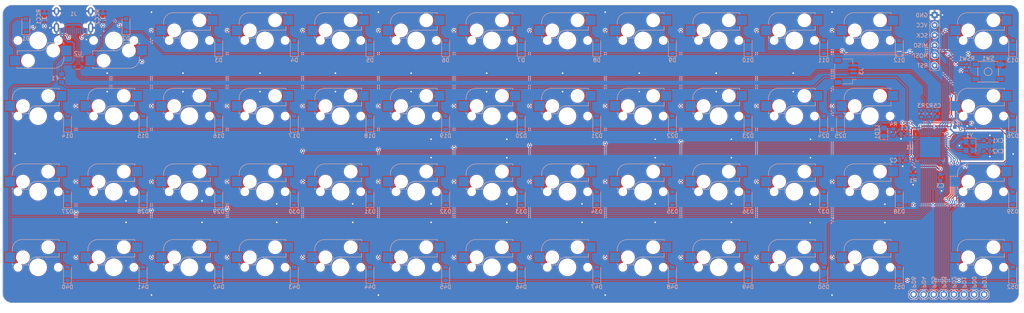
<source format=kicad_pcb>
(kicad_pcb (version 20221018) (generator pcbnew)
  (layers (0 "F.Cu" signal) (31 "B.Cu" signal) (34 "B.Paste" user) (35 "F.Paste" user) (36 "B.SilkS" user "B.Silkscreen") (37 "F.SilkS" user "F.Silkscreen") (38 "B.Mask" user) (39 "F.Mask" user) (44 "Edge.Cuts" user))
  (net 0 "")
  (net 1 "Net-(U1-UCAP)")
  (net 2 "GND")
  (net 3 "VCC")
  (net 4 "XTAL2")
  (net 5 "XTAL1")
  (net 6 "Net-(D1-A)")
  (net 7 "Net-(D2-A)")
  (net 8 "row2")
  (net 9 "Net-(D3-A)")
  (net 10 "Net-(D4-A)")
  (net 11 "Net-(D5-A)")
  (net 12 "Net-(D6-A)")
  (net 13 "Net-(D7-A)")
  (net 14 "Net-(D8-A)")
  (net 15 "Net-(D9-A)")
  (net 16 "Net-(D10-A)")
  (net 17 "Net-(D11-A)")
  (net 18 "Net-(D12-A)")
  (net 19 "Net-(D13-A)")
  (net 20 "Net-(D14-A)")
  (net 21 "Net-(D15-A)")
  (net 22 "Net-(D16-A)")
  (net 23 "Net-(D17-A)")
  (net 24 "Net-(D18-A)")
  (net 25 "Net-(D19-A)")
  (net 26 "Net-(D20-A)")
  (net 27 "Net-(D21-A)")
  (net 28 "Net-(D22-A)")
  (net 29 "Net-(D23-A)")
  (net 30 "Net-(D24-A)")
  (net 31 "Net-(D25-A)")
  (net 32 "Net-(D26-A)")
  (net 33 "Net-(D27-A)")
  (net 34 "Net-(D28-A)")
  (net 35 "Net-(D29-A)")
  (net 36 "Net-(D30-A)")
  (net 37 "Net-(D31-A)")
  (net 38 "Net-(D32-A)")
  (net 39 "Net-(D33-A)")
  (net 40 "Net-(D34-A)")
  (net 41 "Net-(D35-A)")
  (net 42 "Net-(D36-A)")
  (net 43 "Net-(D37-A)")
  (net 44 "Net-(D38-A)")
  (net 45 "Net-(D39-A)")
  (net 46 "Net-(D40-A)")
  (net 47 "Net-(D41-A)")
  (net 48 "Net-(D42-A)")
  (net 49 "Net-(D43-A)")
  (net 50 "Net-(D44-A)")
  (net 51 "Net-(D45-A)")
  (net 52 "Net-(D46-A)")
  (net 53 "Net-(D47-A)")
  (net 54 "Net-(D48-A)")
  (net 55 "Net-(D49-A)")
  (net 56 "Net-(D50-A)")
  (net 57 "Net-(D51-A)")
  (net 58 "Net-(D52-A)")
  (net 59 "VBUS")
  (net 60 "DBUS-")
  (net 61 "DBUS+")
  (net 62 "Net-(LED1-A)")
  (net 63 "col0")
  (net 64 "col3")
  (net 65 "col4")
  (net 66 "col5")
  (net 67 "col6")
  (net 68 "col7")
  (net 69 "col8")
  (net 70 "col9")
  (net 71 "Net-(U1-~{HWB}{slash}PE2)")
  (net 72 "D+")
  (net 73 "D-")
  (net 74 "Net-(J1-CC1)")
  (net 75 "Net-(J1-CC2)")
  (net 76 "ISP_Reset")
  (net 80 "row3")
  (net 81 "row0")
  (net 82 "row1")
  (net 83 "col11{slash}miso")
  (net 84 "col10{slash}mosi")
  (net 85 "col12{slash}sck")
  (net 86 "col1")
  (net 87 "col2")
  (net 88 "extra1")
  (net 89 "extra2")
  (net 90 "extra3")
  (net 91 "extra4")
  (net 92 "extra5")
  (net 93 "extra6")
  (net 94 "extra7")
  (net 95 "extra8")
  (footprint "MX_Only:MXOnly-1U-Hotswap" (layer "F.Cu") (at 72.628186 86.915698)
    (fp_text reference "MX42")
    (fp_text value "MX-NoLED")
  )
  (footprint "MX_Only:MXOnly-1U-Hotswap" (layer "F.Cu") (at 186.928282 29.76565)
    (fp_text reference "MX9")
    (fp_text value "MX-NoLED")
  )
  (footprint "MX_Only:MXOnly-1U-Hotswap" (layer "F.Cu") (at 72.628186 29.76565)
    (fp_text reference "MX3")
    (fp_text value "MX-NoLED")
  )
  (footprint "MX_Only:MXOnly-1U-Hotswap" (layer "F.Cu") (at 53.57817 86.915698)
    (fp_text reference "MX41")
    (fp_text value "MX-NoLED")
  )
  (footprint "MX_Only:MXOnly-1U-Hotswap" (layer "F.Cu") (at 244.07833 48.815666)
    (fp_text reference "MX25")
    (fp_text value "MX-NoLED")
  )
  (footprint "MX_Only:MXOnly-1U-Hotswap" (layer "F.Cu") (at 186.928282 48.815666)
    (fp_text reference "MX22")
    (fp_text value "MX-NoLED")
  )
  (footprint "MX_Only:MXOnly-1U-Hotswap" (layer "F.Cu") (at 205.978298 86.915698)
    (fp_text reference "MX49")
    (fp_text value "MX-NoLED")
  )
  (footprint "MX_Only:MXOnly-1U-Hotswap" (layer "F.Cu") (at 205.978298 29.76565)
    (fp_text reference "MX10")
    (fp_text value "MX-NoLED")
  )
  (footprint "MX_Only:MXOnly-1U-Hotswap" (layer "F.Cu") (at 129.778234 48.815666)
    (fp_text reference "MX19")
    (fp_text value "MX-NoLED")
  )
  (footprint "MX_Only:MXOnly-1U-Hotswap" (layer "F.Cu") (at 167.878266 48.815666)
    (fp_text reference "MX21")
    (fp_text value "MX-NoLED")
  )
  (footprint "MX_Only:MXOnly-1U-Hotswap" (layer "F.Cu") (at 72.628186 48.815666)
    (fp_text reference "MX16")
    (fp_text value "MX-NoLED")
  )
  (footprint "MX_Only:MXOnly-1U-Hotswap" (layer "F.Cu") (at 129.778234 67.865682)
    (fp_text reference "MX32")
    (fp_text value "MX-NoLED")
  )
  (footprint "MX_Only:MXOnly-1U-Hotswap" (layer "F.Cu") (at 167.878266 29.76565)
    (fp_text reference "MX8")
    (fp_text value "MX-NoLED")
  )
  (footprint "MX_Only:MXOnly-1U-Hotswap" (layer "F.Cu") (at 148.82825 67.865682)
    (fp_text reference "MX33")
    (fp_text value "MX-NoLED")
  )
  (footprint "MX_Only:MXOnly-1U-Hotswap" (layer "F.Cu") (at 225.028314 67.865682)
    (fp_text reference "MX37")
    (fp_text value "MX-NoLED")
  )
  (footprint "MX_Only:MXOnly-1U-Hotswap" (layer "F.Cu") (at 167.878266 67.865682)
    (fp_text reference "MX34")
    (fp_text value "MX-NoLED")
  )
  (footprint "MX_Only:MXOnly-1U-Hotswap" (layer "F.Cu") (at 53.57817 67.865682)
    (fp_text reference "MX28")
    (fp_text value "MX-NoLED")
  )
  (footprint "MX_Only:MXOnly-1U-Hotswap" (layer "F.Cu") (at 167.878266 86.915698)
    (fp_text reference "MX47")
    (fp_text value "MX-NoLED")
  )
  (footprint "MX_Only:MXOnly-1U-Hotswap" (layer "F.Cu") (at 129.778234 86.915698)
    (fp_text reference "MX45")
    (fp_text value "MX-NoLED")
  )
  (footprint "MX_Only:MXOnly-1U-Hotswap" (layer "F.Cu") (at 91.678202 29.76565)
    (fp_text reference "MX4")
    (fp_text value "MX-NoLED")
  )
  (footprint "MX_Only:MXOnly-1U-Hotswap" (layer "F.Cu") (at 72.628186 67.865682)
    (fp_text reference "MX29")
    (fp_text value "MX-NoLED")
  )
  (footprint "MX_Only:MXOnly-1U-Hotswap" (layer "F.Cu") (at 148.82825 29.76565)
    (fp_text reference "MX7")
    (fp_text value "MX-NoLED")
  )
  (footprint "MX_Only:MXOnly-1U-Hotswap" (layer "F.Cu") (at 110.728218 48.815666)
    (fp_text reference "MX18")
    (fp_text value "MX-NoLED")
  )
  (footprint "MX_Only:MXOnly-1U-Hotswap" (layer "F.Cu") (at 272.653354 67.865682)
    (fp_text reference "MX39")
    (fp_text value "MX-NoLED")
  )
  (footprint "MX_Only:MXOnly-1U-Hotswap" (layer "F.Cu") (at 225.028314 48.815666)
    (fp_text reference "MX24")
    (fp_text value "MX-NoLED")
  )
  (footprint "MX_Only:MXOnly-1U-Hotswap" (layer "F.Cu") (at 91.678202 86.915698)
    (fp_text reference "MX43")
    (fp_text value "MX-NoLED")
  )
  (footprint "MX_Only:MXOnly-1U-Hotswap" (layer "F.Cu") (at 272.653354 29.76565)
    (fp_text reference "MX13")
    (fp_text value "MX-NoLED")
  )
  (footprint "MX_Only:MXOnly-1U-Hotswap" (layer "F.Cu") (at 129.778234 29.76565)
    (fp_text reference "MX6")
    (fp_text value "MX-NoLED")
  )
  (footprint "MX_Only:MXOnly-1U-Hotswap" (layer "F.Cu") (at 205.978298 67.865682)
    (fp_text reference "MX36")
    (fp_text value "MX-NoLED")
  )
  (footprint "MX_Only:MXOnly-1U-Hotswap" (layer "F.Cu") (at 91.678202 67.865682)
    (fp_text reference "MX30")
    (fp_text value "MX-NoLED")
  )
  (footprint "MX_Only:MXOnly-1U-Hotswap" (layer "F.Cu") (at 186.928282 67.865682)
    (fp_text reference "MX35")
    (fp_text value "MX-NoLED")
  )
  (footprint "MX_Only:MXOnly-1U-Hotswap" (layer "F.Cu") (at 53.57817 48.815666)
    (fp_text reference "MX15")
    (fp_text value "MX-NoLED")
  )
  (footprint "MX_Only:MXOnly-1U-Hotswap" (layer "F.Cu") (at 186.928282 86.915698)
    (fp_text reference "MX48")
    (fp_text value "MX-NoLED")
  )
  (footprint "MX_Only:MXOnly-1U-Hotswap" (layer "F.Cu") (at 110.728218 67.865682)
    (fp_text reference "MX31")
    (fp_text value "MX-NoLED")
  )
  (footprint "MX_Only:MXOnly-1U-Hotswap" (layer "F.Cu") (at 91.678202 48.815666)
    (fp_text reference "MX17")
    (fp_text value "MX-NoLED")
  )
  (footprint "MX_Only:MXOnly-1U-Hotswap" (layer "F.Cu") (at 244.07833 86.915698)
    (fp_text reference "MX51")
    (fp_text value "MX-NoLED")
  )
  (footprint "MX_Only:MXOnly-1U-Hotswap" (layer "F.Cu") (at 110.728218 86.915698)
    (fp_text reference "MX44")
    (fp_text value "MX-NoLED")
  )
  (footprint "MX_Only:MXOnly-1U-Hotswap" (layer "F.Cu") (at 34.528154 67.865682)
    (fp_text reference "MX27")
    (fp_text value "MX-NoLED")
  )
  (footprint "MX_Only:MXOnly-1U-Hotswap" (layer "F.Cu") (at 34.528154 86.915698)
    (fp_text reference "MX40")
    (fp_text value "MX-NoLED")
  )
  (footprint "MX_Only:MXOnly-1U-Hotswap" (layer "F.Cu") (at 244.07833 29.76565)
    (fp_text reference "MX12")
    (fp_text value "MX-NoLED")
  )
  (footprint "MX_Only:MXOnly-1U-Hotswap" (layer "F.Cu") (at 225.028314 29.76565)
    (fp_text reference "MX11")
    (fp_text value "MX-NoLED")
  )
  (footprint "MX_Only:MXOnly-1U-Hotswap" (layer "F.Cu") (at 205.978298 48.815666)
    (fp_text reference "MX23")
    (fp_text value "MX-NoLED")
  )
  (footprint "MX_Only:MXOnly-1U-Hotswap" (layer "F.Cu") (at 272.653354 86.915698)
    (fp_text reference "MX52")
    (fp_text value "MX-NoLED")
  )
  (footprint "MX_Only:MXOnly-1U-Hotswap" (layer "F.Cu") (at 53.57817 29.76565 180)
    (fp_text reference "MX2")
    (fp_text value "MX-NoLED")
  )
  (footprint "MX_Only:MXOnly-1U-Hotswap" (layer "F.Cu") (at 225.028314 86.915698)
    (fp_text reference "MX50")
    (fp_text value "MX-NoLED")
  )
  (footprint "MX_Only:MXOnly-1U-Hotswap" (layer "F.Cu") (at 148.82825 48.815666)
    (fp_text reference "MX20")
    (fp_text value "MX-NoLED")
  )
  (footprint "MX_Only:MXOnly-1U-Hotswap" (layer "F.Cu") (at 272.653354 48.815666)
    (fp_text reference "MX26")
    (fp_text value "MX-NoLED")
  )
  (footprint "MX_Only:MXOnly-1U-Hotswap" (layer "F.Cu") (at 34.528154 29.76565 180)
    (fp_text reference "MX1")
    (fp_text value "MX-NoLED")
  )
  (footprint "MX_Only:MXOnly-1U-Hotswap" (layer "F.Cu") (at 244.07833 67.865682)
    (fp_text reference "MX38")
    (fp_text value "MX-NoLED")
  )
  (footprint "MX_Only:MXOnly-1U-Hotswap" (layer "F.Cu") (at 110.728218 29.76565)
    (fp_text reference "MX5")
    (fp_text value "MX-NoLED")
  )
  (footprint "MX_Only:MXOnly-1U-Hotswap" (layer "F.Cu") (at 148.82825 86.915698)
    (fp_text reference "MX46")
    (fp_text value "MX-NoLED")
  )
  (footprint "MX_Only:MXOnly-1U-Hotswap" (layer "F.Cu") (at 34.528154 48.815666)
    (fp_text reference "MX14")
    (fp_text value "MX-NoLED")
  )
  (footprint "Diode_SMD:D_SOD-123" (layer "B.Cu") (at 156.225 31.425 90)
    (fp_text reference "D7")
    (fp_text value "D_Small")
  )
  (footprint "Capacitor_SMD:C_0603_1608Metric" (layer "B.Cu") (at 265.475 52.375 90)
    (fp_text reference "C4")
    (fp_text value ".1uF")
  )
  (footprint "Resistor_SMD:R_0603_1608Metric" (layer "B.Cu") (at 268.45 36.55 90)
    (fp_text reference "RSW1")
    (fp_text value "10k")
  )
  (footprint "Diode_SMD:D_SOD-123" (layer "B.Cu") (at 175.275 31.425 90)
    (fp_text reference "D8")
    (fp_text value "D_Small")
  )
  (footprint "Diode_SMD:D_SOD-123" (layer "B.Cu") (at 41.925 50.475 90)
    (fp_text reference "D14")
    (fp_text value "D_Small")
  )
  (footprint "Diode_SMD:D_SOD-123" (layer "B.Cu") (at 194.325 69.55 90)
    (fp_text reference "D35")
    (fp_text value "D_Small")
  )
  (footprint "Diode_SMD:D_SOD-123" (layer "B.Cu") (at 232.425 31.425 90)
    (fp_text reference "D11")
    (fp_text value "D_Small")
  )
  (footprint "Fuse:Fuse_0805_2012Metric_Pad1.15x1.40mm_HandSolder" (layer "B.Cu") (at 40.425 39.275 90)
    (fp_text reference "F1")
    (fp_text value ".5A")
  )
  (footprint "Diode_SMD:D_SOD-123" (layer "B.Cu") (at 280.05 69.55 90)
    (fp_text reference "D39")
    (fp_text value "D_Small")
  )
  (footprint "Diode_SMD:D_SOD-123" (layer "B.Cu") (at 156.225 88.55 90)
    (fp_text reference "D46")
    (fp_text value "D_Small")
  )
  (footprint "Diode_SMD:D_SOD-123" (layer "B.Cu") (at 41.925 88.55 90)
    (fp_text reference "D40")
    (fp_text value "D_Small")
  )
  (footprint "Capacitor_SMD:C_0603_1608Metric" (layer "B.Cu") (at 273.525 55)
    (fp_text reference "CX1")
    (fp_text value "22pF")
  )
  (footprint "Capacitor_SMD:C_0603_1608Metric" (layer "B.Cu") (at 252.675 53.25 180)
    (fp_text reference "C1")
    (fp_text value "10uF")
  )
  (footprint "Resistor_SMD:R_0603_1608Metric" (layer "B.Cu") (at 249.975 52.85 -90)
    (fp_text reference "R4")
    (fp_text value "1k")
  )
  (footprint "acheron_Connectors:TYPE-C-31-M-12" (layer "B.Cu") (at 43.457849 28.064085)
    (fp_text reference "J1")
    (fp_text value "TYPE-C-31-M12_13")
  )
  (footprint "Diode_SMD:D_SOD-123" (layer "B.Cu") (at 99.075 31.425 90)
    (fp_text reference "D4")
    (fp_text value "D_Small")
  )
  (footprint "Crystal:Crystal_SMD_3225-4Pin_3.2x2.5mm" (layer "B.Cu") (at 269.125 56.375 -90)
    (fp_text reference "Y1")
    (fp_text value "16MHz")
  )
  (footprint "Capacitor_SMD:C_0603_1608Metric" (layer "B.Cu") (at 252.3 59.975 180)
    (fp_text reference "C2")
    (fp_text value ".1uF")
  )
  (footprint "Diode_SMD:D_SOD-123" (layer "B.Cu") (at 80.025 69.55 90)
    (fp_text reference "D29")
    (fp_text value "D_Small")
  )
  (footprint "Diode_SMD:D_SOD-123" (layer "B.Cu") (at 232.425 50.475 90)
    (fp_text reference "D24")
    (fp_text value "D_Small")
  )
  (footprint "Diode_SMD:D_SOD-123" (layer "B.Cu") (at 118.125 69.55 90)
    (fp_text reference "D31")
    (fp_text value "D_Small")
  )
  (footprint "Diode_SMD:D_SOD-123" (layer "B.Cu") (at 137.175 88.55 90)
    (fp_text reference "D45")
    (fp_text value "D_Small")
  )
  (footprint "Diode_SMD:D_SOD-123" (layer "B.Cu") (at 80.025 50.475 90)
    (fp_text reference "D16")
    (fp_text value "D_Small")
  )
  (footprint "Diode_SMD:D_SOD-123" (layer "B.Cu") (at 60.975 88.55 90)
    (fp_text reference "D41")
    (fp_text value "D_Small")
  )
  (footprint "Diode_SMD:D_SOD-123" (layer "B.Cu") (at 280.05 31.425 90)
    (fp_text reference "D13")
    (fp_text value "D_Small")
  )
  (footprint "Diode_SMD:D_SOD-123" (layer "B.Cu") (at 213.375 88.55 90)
    (fp_text reference "D49")
    (fp_text value "D_Small")
  )
  (footprint "Resistor_SMD:R_0603_1608Metric" (layer "B.Cu") (at 257 48.2 90)
    (fp_text reference "R3")
    (fp_text value "22")
  )
  (footprint "Diode_SMD:D_SOD-123" (layer "B.Cu") (at 251.475 88.55 90)
    (fp_text reference "D51")
    (fp_text value "D_Small")
  )
  (footprint "Diode_SMD:D_SOD-123" (layer "B.Cu") (at 232.425 88.55 90)
    (fp_text reference "D50")
    (fp_text value "D_Small")
  )
  (footprint "Capacitor_SMD:C_0603_1608Metric" (layer "B.Cu") (at 261.025 48.2 90)
    (fp_text reference "C5")
    (fp_text value "1uF")
  )
  (footprint "Diode_SMD:D_SOD-123" (layer "B.Cu") (at 280.05 88.55 90)
    (fp_text reference "D52")
    (fp_text value "D_Small")
  )
  (footprint "Resistor_SMD:R_0603_1608Metric" (layer "B.Cu") (at 259 48.2 90)
    (fp_text reference "R2")
    (fp_text value "22")
  )
  (footprint "Package_TO_SOT_SMD:SOT-143" (layer "B.Cu") (at 44.6 35.425 180)
    (fp_text reference "U2")
    (fp_text value "PRTR5V0U2X")
  )
  (footprint "Diode_SMD:D_SOD-123" (layer "B.Cu") (at 232.425 69.55 90)
    (fp_text reference "D37")
    (fp_text value "D_Small")
  )
  (footprint "Diode_SMD:D_SOD-123" (layer "B.Cu") (at 80.025 31.425 90)
    (fp_text reference "D3")
    (fp_text value "D_Small")
  )
  (footprint "Capacitor_SMD:C_0603_1608Metric" (layer "B.Cu") (at 261.825 64.25 -90)
    (fp_text reference "C3")
    (fp_text value ".1uF")
  )
  (footprint "Diode_SMD:D_SOD-123" (layer "B.Cu") (at 118.125 50.475 90)
    (fp_text reference "D18")
    (fp_text value "D_Small")
  )
  (footprint "Diode_SMD:D_SOD-123" (layer "B.Cu") (at 60.975 69.55 90)
    (fp_text reference "D28")
    (fp_text value "D_Small")
  )
  (footprint "Package_DFN_QFN:QFN-44-1EP_7x7mm_P0.5mm_EP5.2x5.2mm" (layer "B.Cu") (at 259.25 56.625 -90)
    (fp_text reference "U1")
    (fp_text value "ATmega32U4-M")
  )
  (footprint "Diode_SMD:D_SOD-123" (layer "B.Cu") (at 137.175 69.55 90)
    (fp_text reference "D32")
    (fp_text value "D_Small")
  )
  (footprint "Resistor_SMD:R_0603_1608Metric" (layer "B.Cu") (at 50.85 23.825 -90)
    (fp_text reference "RCC2")
    (fp_text value "5.1k")
  )
  (footprint "Diode_SMD:D_SOD-123" (layer "B.Cu") (at 118.125 31.425 90)
    (fp_text reference "D5")
    (fp_text value "D_Small")
  )
  (footprint "Diode_SMD:D_SOD-123" (layer "B.Cu") (at 41.925 69.55 90)
    (fp_text reference "D27")
    (fp_text value "D_Small")
  )
  (footprint "Diode_SMD:D_SOD-123" (layer "B.Cu") (at 194.325 88.55 90)
    (fp_text reference "D48")
    (fp_text value "D_Small")
  )
  (footprint "Diode_SMD:D_SOD-123" (layer "B.Cu") (at 175.275 69.55 90)
    (fp_text reference "D34")
    (fp_text value "D_Small")
  )
  (footprint "Diode_SMD:D_SOD-123" (layer "B.Cu") (at 156.225 50.475 90)
    (fp_text reference "D20")
    (fp_text value "D_Small")
  )
  (footprint "Connector_JST:JST_SH_SM04B-SRSS-TB_1x04-1MP_P1.00mm_Horizontal" (layer "B.Cu") (at 237.9 37.55 90)
    (fp_text reference "J3")
    (fp_text value "4PIN")
  )
  (footprint "Diode_SMD:D_SOD-123" (layer "B.Cu") (at 137.175 50.475 90)
    (fp_text reference "D19")
    (fp_text value "D_Small")
  )
  (footprint "Resistor_SMD:R_0603_1608Metric" (layer "B.Cu") (at 254.95 62.925 90)
    (fp_text reference "R1")
    (fp_text value "10k")
  )
  (footprint "Connector_PinSocket_2.54mm:PinSocket_1x08_P2.54mm_Vertical" (layer "B.Cu") (at 255.075 93.75 -90)
    (fp_text reference "J5")
    (fp_text value "Conn_01x08")
  )
  (footprint "Diode_SMD:D_SOD-123" (layer "B.Cu") (at 137.175 31.425 90)
    (fp_text reference "D6")
    (fp_text value "D_Small")
  )
  (footprint "Diode_SMD:D_SOD-123" (layer "B.Cu") (at 251.475 31.425 90)
    (fp_text reference "D12")
    (fp_text value "D_Small")
  )
  (footprint "Diode_SMD:D_SOD-123" (layer "B.Cu") (at 99.075 69.55 90)
    (fp_text reference "D30")
    (fp_text value "D_Small")
  )
  (footprint "Diode_SMD:D_SOD-123" (layer "B.Cu") (at 56.675 25.95 90)
    (fp_text reference "D2")
    (fp_text value "D_Small")
  )
  (footprint "Capacitor_SMD:C_0603_1608Metric" (layer "B.Cu") (at 273.525 57.7)
    (fp_text reference "CX2")
    (fp_text value "22pF")
  )
  (footprint "Diode_SMD:D_SOD-123" (layer "B.Cu") (at 156.225 69.55 90)
    (fp_text reference "D33")
    (fp_text value "D_Small")
  )
  (footprint "Diode_SMD:D_SOD-123" (layer "B.Cu") (at 194.325 50.475 90)
    (fp_text reference "D22")
    (fp_text value "D_Small")
  )
  (footprint "LED_SMD:LED_0805_2012Metric_Pad1.15x1.40mm_HandSolder" (layer "B.Cu") (at 247.575 52.85 90)
    (fp_text reference "LED1")
    (fp_text value "LED")
  )
  (footprint "Resistor_SMD:R_0603_1608Metric" (layer "B.Cu") (at 36.1 23.825 -90)
    (fp_text reference "RCC1")
    (fp_text value "5.1k")
  )
  (footprint "Diode_SMD:D_SOD-123" (layer "B.Cu") (at 213.375 69.55 90)
    (fp_text reference "D36")
    (fp_text value "D_Small")
  )
  (footprint "Diode_SMD:D_SOD-123" (layer "B.Cu") (at 99.075 88.55 90)
    (fp_text reference "D43")
    (fp_text value "D_Small")
  )
  (footprint "Diode_SMD:D_SOD-123" (layer "B.Cu") (at 175.275 88.55 90)
    (fp_text reference "D47")
    (fp_text value "D_Small")
  )
  (footprint "Diode_SMD:D_SOD-123" (layer "B.Cu") (at 194.325 31.425 90)
    (fp_text reference "D9")
    (fp_text value "D_Small")
  )
  (footprint "Diode_SMD:D_SOD-123" (layer "B.Cu") (at 31.45 25.95 90)
    (fp_text reference "D1")
    (fp_text value "D_Small")
  )
  (footprint "Diode_SMD:D_SOD-123" (layer "B.Cu") (at 175.275 50.475 90)
    (fp_text reference "D21")
    (fp_text value "D_Small")
  )
  (footprint "Diode_SMD:D_SOD-123" (layer "B.Cu") (at 251.475 69.55 90)
    (fp_text reference "D38")
    (fp_text value "D_Small")
  )
  (footprint "Diode_SMD:D_SOD-123" (layer "B.Cu") (at 60.975 50.475 90)
    (fp_text reference "D15")
    (fp_text value "D_Small")
  )
  (footprint "acheron_Connectors:PinHeader_1x6_P2.54mm_Vertical" (layer "B.Cu") (at 260.375 29.7 180)
    (fp_text reference "J2" hide)
    (fp_text value "AVR-ISP-6_mod" hide)
  )
  (footprint "random-keyboard-parts:SKQG-1155865" (layer "B.Cu") (at 273.85 37.625)
    (fp_text reference "SW1")
    (fp_text value "SW_PUSH")
  )
  (footprint "Diode_SMD:D_SOD-123" (layer "B.Cu") (at 213.375 50.475 90)
    (fp_text reference "D23")
    (fp_text value "D_Small")
  )
  (footprint "Diode_SMD:D_SOD-123" (layer "B.Cu") (at 236.675 50.475 90)
    (fp_text reference "D25")
    (fp_text value "D_Small")
  )
  (footprint "Diode_SMD:D_SOD-123" (layer "B.Cu") (at 80.025 88.55 90)
    (fp_text reference "D42")
    (fp_text value "D_Small")
  )
  (footprint "Diode_SMD:D_SOD-123" (layer "B.Cu") (at 280.05 50.475 90)
    (fp_text reference "D26")
    (fp_text value "D_Small")
  )
  (footprint "Diode_SMD:D_SOD-123" (layer "B.Cu") (at 213.375 31.425 90)
    (fp_text reference "D10")
    (fp_text value "D_Small")
  )
  (footprint "Diode_SMD:D_SOD-123" (layer "B.Cu") (at 118.125 88.55 90)
    (fp_text reference "D44")
    (fp_text value "D_Small")
  )
  (footprint "Diode_SMD:D_SOD-123" (layer "B.Cu") (at 99.075 50.475 90)
    (fp_text reference "D17")
    (fp_text value "D_Small")
  )
  (gr_arc (start 281.583049 93.464141) (mid 280.885596 95.14794) (end 279.201797 95.845393) (stroke (width 0.1)) (layer "Edge.Cuts"))
  (gr_line (start 281.58305 23.217206) (end 281.583049 93.464141) (stroke (width 0.1)) (layer "Edge.Cuts"))
  (gr_line (start 25.598459 93.464141) (end 25.598459 23.217207) (stroke (width 0.1)) (layer "Edge.Cuts"))
  (gr_arc (start 279.201798 20.835954) (mid 280.885597 21.533407) (end 281.58305 23.217206) (stroke (width 0.1)) (layer "Edge.Cuts"))
  (gr_line (start 279.201797 95.845393) (end 27.979711 95.845393) (stroke (width 0.1)) (layer "Edge.Cuts"))
  (gr_arc (start 25.598459 23.217207) (mid 26.295912 21.533408) (end 27.979711 20.835955) (stroke (width 0.1)) (layer "Edge.Cuts"))
  (gr_line (start 27.979711 20.835955) (end 279.201798 20.835954) (stroke (width 0.1)) (layer "Edge.Cuts"))
  (gr_arc (start 27.979711 95.845393) (mid 26.295912 95.14794) (end 25.598459 93.464141) (stroke (width 0.1)) (layer "Edge.Cuts"))
  (segment (start 261.025 48.975) (end 259.25 50.75) (width 0.254) (layer "B.Cu") (net 1))
  (segment (start 259.25 50.75) (end 259.25 53.2875) (width 0.254) (layer "B.Cu") (net 1))
  (segment (start 152.6 58.25) (end 152.6 59.3) (width 0.254) (layer "F.Cu") (net 2))
  (segment (start 94.65 70.925) (end 94.65 74.525) (width 0.254) (layer "F.Cu") (net 2))
  (segment (start 190 70.925) (end 190 74.525) (width 0.254) (layer "F.Cu") (net 2))
  (segment (start 113.775 70.925) (end 113.775 74.525) (width 0.254) (layer "F.Cu") (net 2))
  (segment (start 262.125 67.65) (end 260.575 66.1) (width 0.254) (layer "F.Cu") (net 2))
  (segment (start 75.825 70.175) (end 75.825 75.575) (width 0.254) (layer "F.Cu") (net 2))
  (segment (start 71.025 38) (end 71.025 41.6) (width 0.254) (layer "F.Cu") (net 2))
  (segment (start 51.925 38) (end 51.925 41.6) (width 0.254) (layer "F.Cu") (net 2))
  (segment (start 56.675 70.175) (end 56.675 75.575) (width 0.254) (layer "F.Cu") (net 2))
  (segment (start 229.1 54.65) (end 229.1 58.25) (width 0.254) (layer "F.Cu") (net 2))
  (segment (start 209.175 54.65) (end 209.175 58.25) (width 0.254) (layer "F.Cu") (net 2))
  (segment (start 260.25 66.1) (end 254.95 66.1) (width 0.254) (layer "F.Cu") (net 2))
  (segment (start 152.6 70.925) (end 152.6 74.525) (width 0.254) (layer "F.Cu") (net 2))
  (segment (start 209.2 74.525) (end 209.2 75.575) (width 0.254) (layer "F.Cu") (net 2))
  (segment (start 109.425 38) (end 109.425 41.6) (width 0.254) (layer "F.Cu") (net 2))
  (segment (start 133.525 54.625) (end 133.525 58.225) (width 0.254) (layer "F.Cu") (net 2))
  (segment (start 166.65 38) (end 166.65 41.6) (width 0.254) (layer "F.Cu") (net 2))
  (segment (start 133.525 74.525) (end 133.525 75.575) (width 0.254) (layer "F.Cu") (net 2))
  (segment (start 94.65 74.525) (end 94.65 75.575) (width 0.254) (layer "F.Cu") (net 2))
  (segment (start 224.775 41.6) (end 224.775 42.65) (width 0.254) (layer "F.Cu") (net 2))
  (segment (start 166.65 41.6) (end 166.65 42.65) (width 0.254) (layer "F.Cu") (net 2))
  (segment (start 171.55 74.525) (end 171.55 75.575) (width 0.254) (layer "F.Cu") (net 2))
  (segment (start 209.2 70.925) (end 209.2 74.525) (width 0.254) (layer "F.Cu") (net 2))
  (segment (start 229.025 74.6) (end 229.025 75.65) (width 0.254) (layer "F.Cu") (net 2))
  (segment (start 51.925 41.6) (end 51.925 42.65) (width 0.254) (layer "F.Cu") (net 2))
  (segment (start 260.575 66.1) (end 260.25 66.1) (width 0.254) (layer "F.Cu") (net 2))
  (segment (start 209.175 58.25) (end 209.175 59.3) (width 0.254) (layer "F.Cu") (net 2))
  (segment (start 133.525 70.925) (end 133.525 74.525) (width 0.254) (layer "F.Cu") (net 2))
  (segment (start 205.35 41.6) (end 205.35 42.65) (width 0.254) (layer "F.Cu") (net 2))
  (segment (start 147.525 38) (end 147.525 41.6) (width 0.254) (layer "F.Cu") (net 2))
  (segment (start 113.775 74.525) (end 113.775 75.575) (width 0.254) (layer "F.Cu") (net 2))
  (segment (start 152.6 54.65) (end 152.6 58.25) (width 0.254) (layer "F.Cu") (net 2))
  (segment (start 229.025 71) (end 229.025 74.6) (width 0.254) (layer "F.Cu") (net 2))
  (segment (start 224.775 38) (end 224.775 41.6) (width 0.254) (layer "F.Cu") (net 2))
  (segment (start 229.1 58.25) (end 229.1 59.3) (width 0.254) (layer "F.Cu") (net 2))
  (segment (start 128.5 38) (end 128.5 41.6) (width 0.254) (layer "F.Cu") (net 2))
  (segment (start 90.425 38) (end 90.425 41.6) (width 0.254) (layer "F.Cu") (net 2))
  (segment (start 247.85 74.6) (end 247.85 75.65) (width 0.254) (layer "F.Cu") (net 2))
  (segment (start 185.975 41.591073) (end 185.975 42.641073) (width 0.254) (layer "F.Cu") (net 2))
  (segment (start 190 74.525) (end 190 75.575) (width 0.254) (layer "F.Cu") (net 2))
  (segment (start 128.5 41.6) (end 128.5 42.65) (width 0.254) (layer "F.Cu") (net 2))
  (segment (start 190 58.25) (end 190 59.3) (width 0.254) (layer "F.Cu") (net 2))
  (segment (start 205.35 38) (end 205.35 41.6) (width 0.254) (layer "F.Cu") (net 2))
  (segment (start 152.6 74.525) (end 152.6 75.575) (width 0.254) (layer "F.Cu") (net 2))
  (segment (start 171.55 70.925) (end 171.55 74.525) (width 0.254) (layer "F.Cu") (net 2))
  (segment (start 247.85 71) (end 247.85 74.6) (width 0.254) (layer "F.Cu") (net 2))
  (segment (start 90.425 41.6) (end 90.425 42.65) (width 0.254) (layer "F.Cu") (net 2))
  (segment (start 71.025 41.6) (end 71.025 42.65) (width 0.254) (layer "F.Cu") (net 2))
  (segment (start 147.525 41.6) (end 147.525 42.65) (width 0.254) (layer "F.Cu") (net 2))
  (segment (start 190 54.65) (end 190 58.25) (width 0.254) (layer "F.Cu") (net 2))
  (segment (start 109.425 41.6) (end 109.425 42.65) (width 0.254) (layer "F.Cu") (net 2))
  (segment (start 133.525 58.225) (end 133.525 59.275) (width 0.254) (layer "F.Cu") (net 2))
  (segment (start 185.975 37.991073) (end 185.975 41.591073) (width 0.254) (layer "F.Cu") (net 2))
  (via (at 147.525 42.65) (size 0.8128) (drill 0.4064) (layers "F.Cu" "B.Cu") (net 2))
  (via (at 205.35 38) (size 0.8128) (drill 0.4064) (layers "F.Cu" "B.Cu") (net 2))
  (via (at 224.775 38) (size 0.8128) (drill 0.4064) (layers "F.Cu" "B.Cu") (net 2))
  (via (at 120.25 93.9) (size 0.8128) (drill 0.4064) (layers "F.Cu" "B.Cu") (net 2))
  (via (at 205.35 42.65) (size 0.8128) (drill 0.4064) (layers "F.Cu" "B.Cu") (net 2))
  (via (at 254.95 66.1) (size 0.8128) (drill 0.4064) (layers "F.Cu" "B.Cu") (net 2))
  (via (at 274.3 53.65) (size 0.8128) (drill 0.4064) (layers "F.Cu" "B.Cu") (net 2))
  (via (at 185.975 37.991073) (size 0.8128) (drill 0.4064) (layers "F.Cu" "B.Cu") (net 2))
  (via (at 75.825 75.575) (size 0.8128) (drill 0.4064) (layers "F.Cu" "B.Cu") (net 2))
  (via (at 152.6 75.575) (size 0.8128) (drill 0.4064) (layers "F.Cu" "B.Cu") (net 2))
  (via (at 133.525 59.275) (size 0.8128) (drill 0.4064) (layers "F.Cu" "B.Cu") (net 2))
  (via (at 63.1 22.625) (size 0.8128) (drill 0.4064) (layers "F.Cu" "B.Cu") (net 2))
  (via (at 229.025 71) (size 0.8128) (drill 0.4064) (layers "F.Cu" "B.Cu") (net 2))
  (via (at 229.025 75.65) (size 0.8128) (drill 0.4064) (layers "F.Cu" "B.Cu") (net 2))
  (via (at 209.2 75.575) (size 0.8128) (drill 0.4064) (layers "F.Cu" "B.Cu") (net 2))
  (via (at 37.5 26.575) (size 0.8128) (drill 0.4064) (layers "F.Cu" "B.Cu") (net 2))
  (via (at 56.675 70.175) (size 0.8128) (drill 0.4064) (layers "F.Cu" "B.Cu") (net 2))
  (via (at 252.325 61.45) (size 0.8128) (drill 0.4064) (layers "F.Cu" "B.Cu") (net 2))
  (via (at 247.85 75.65) (size 0.8128) (drill 0.4064) (layers "F.Cu" "B.Cu") (net 2))
  (via (at 209.175 54.65) (size 0.8128) (drill 0.4064) (layers "F.Cu" "B.Cu") (net 2))
  (via (at 171.55 75.575) (size 0.8128) (drill 0.4064) (layers "F.Cu" "B.Cu") (net 2))
  (via (at 71.025 38) (size 0.8128) (drill 0.4064) (layers "F.Cu" "B.Cu") (net 2))
  (via (at 262.35 23.325) (size 0.8128) (drill 0.4064) (layers "F.Cu" "B.Cu") (net 2))
  (via (at 177.4 93.9) (size 0.8128) (drill 0.4064) (layers "F.Cu" "B.Cu") (net 2))
  (via (at 133.525 70.925) (size 0.8128) (drill 0.4064) (layers "F.Cu" "B.Cu") (net 2))
  (via (at 247.85 71) (size 0.8128) (drill 0.4064) (layers "F.Cu" "B.Cu") (net 2))
  (via (at 166.65 42.65) (size 0.8128) (drill 0.4064) (layers "F.Cu" "B.Cu") (net 2))
  (via (at 274.3 59) (size 0.8128) (drill 0.4064) (layers "F.Cu" "B.Cu") (net 2))
  (via (at 46.7 29.525) (size 0.8128) (drill 0.4064) (layers "F.Cu" "B.Cu") (net 2))
  (via (at 109.425 38) (size 0.8128) (drill 0.4064) (layers "F.Cu" "B.Cu") (net 2))
  (via (at 71.025 42.65) (size 0.8128) (drill 0.4064) (layers "F.Cu" "B.Cu") (net 2))
  (via (at 128.5 38) (size 0.8128) (drill 0.4064) (layers "F.Cu" "B.Cu") (net 2))
  (via (at 152.6 59.3) (size 0.8128) (drill 0.4064) (layers "F.Cu" "B.Cu") (net 2))
  (via (at 171.55 70.925) (size 0.8128) (drill 0.4064) (layers "F.Cu" "B.Cu") (net 2))
  (via (at 190 75.575) (size 0.8128) (drill 0.4064) (layers "F.Cu" "B.Cu") (net 2))
  (via (at 190 59.3) (size 0.8128) (drill 0.4064) (layers "F.Cu" "B.Cu") (net 2))
  (via (at 166.65 38) (size 0.8128) (drill 0.4064) (layers "F.Cu" "B.Cu") (net 2))
  (via (at 229.1 59.3) (size 0.8128) (drill 0.4064) (layers "F.Cu" "B.Cu") (net 2))
  (via (at 28.75 58.3) (size 0.8128) (drill 0.4064) (layers "F.Cu" "B.Cu") (net 2))
  (via (at 251.9 54.55) (size 0.8128) (drill 0.4064) (layers "F.Cu" "B.Cu") (net 2))
  (via (at 147.525 38) (size 0.8128) (drill 0.4064) (layers "F.Cu" "B.Cu") (net 2))
  (via (at 209.2 70.925) (size 0.8128) (drill 0.4064) (layers "F.Cu" "B.Cu") (net 2))
  (via (at 133.525 75.575) (size 0.8128) (drill 0.4064) (layers "F.Cu" "B.Cu") (net 2))
  (via (at 94.65 75.575) (size 0.8128) (drill 0.4064) (layers "F.Cu" "B.Cu") (net 2))
  (via (at 280.175 58.35) (size 0.8128) (drill 0.4064) (layers "F.Cu" "B.Cu") (net 2))
  (via (at 90.425 42.65) (size 0.8128) (drill 0.4064) (layers "F.Cu" "B.Cu") (net 2))
  (via (at 190 70.925) (size 0.8128) (drill 0.4064) (layers "F.Cu" "B.Cu") (net 2))
  (via (at 152.6 54.65) (size 0.8128) (drill 0.4064) (layers "F.Cu" "B.Cu") (net 2))
  (via (at 266.6 56.25) (size 0.8128) (drill 0.4064) (layers "F.Cu" "B.Cu") (net 2))
  (via (at 75.825 70.175) (size 0.8128) (drill 0.4064) (layers "F.Cu" "B.Cu") (net 2))
  (via (at 128.5 42.65) (size 0.8128) (drill 0.4064) (layers "F.Cu" "B.Cu") (net 2))
  (via (at 113.775 75.575) (size 0.8128) (drill 0.4064) (layers "F.Cu" "B.Cu") (net 2))
  (via (at 185.975 42.641073) (size 0.8128) (drill 0.4064) (layers "F.Cu" "B.Cu") (net 2))
  (via (at 190 54.65) (size 0.8128) (drill 0.4064) (layers "F.Cu" "B.Cu") (net 2))
  (via (at 90.425 38) (size 0.8128) (drill 0.4064) (layers "F.Cu" "B.Cu") (net 2))
  (via (at 209.175 59.3) (size 0.8128) (drill 0.4064) (layers "F.Cu" "B.Cu") (net 2))
  (via (at 224.775 42.65) (size 0.8128) (drill 0.4064) (layers "F.Cu" "B.Cu") (net 2))
  (via (at 120.25 22.625) (size 0.8128) (drill 0.4064) (layers "F.Cu" "B.Cu") (net 2))
  (via (at 51.925 42.65) (size 0.8128) (drill 0.4064) (layers "F.Cu" "B.Cu") (net 2))
  (via (at 56.675 75.575) (size 0.8128) (drill 0.4064) (layers "F.Cu" "B.Cu") (net 2))
  (via (at 94.65 70.925) (size 0.8128) (drill 0.4064) (layers "F.Cu" "B.Cu") (net 2))
  (via (at 262.125 67.65) (size 0.8128) (drill 0.4064) (layers "F.Cu" "B.Cu") (net 2))
  (via (at 234.525 93.9) (size 0.8128) (drill 0.4064) (layers "F.Cu" "B.Cu") (net 2))
  (via (at 152.6 70.925) (size 0.8128) (drill 0.4064) (layers "F.Cu" "B.Cu") (net 2))
  (via (at 234.525 22.625) (size 0.8128) (drill 0.4064) (layers "F.Cu" "B.Cu") (net 2))
  (via (at 133.525 54.625) (size 0.8128) (drill 0.4064) (layers "F.Cu" "B.Cu") (net 2))
  (via (at 51.925 38) (size 0.8128) (drill 0.4064) (layers "F.Cu" "B.Cu") (net 2))
  (via (at 63.1 93.9) (size 0.8128) (drill 0.4064) (layers "F.Cu" "B.Cu") (net 2))
  (via (at 229.1 54.65) (size 0.8128) (drill 0.4064) (layers "F.Cu" "B.Cu") (net 2))
  (via (at 109.425 42.65) (size 0.8128) (drill 0.4064) (layers "F.Cu" "B.Cu") (net 2))
  (via (at 113.775 70.925) (size 0.8128) (drill 0.4064) (layers "F.Cu" "B.Cu") (net 2))
  (via (at 268.6 51.307798) (size 0.8128) (drill 0.4064) (layers "F.Cu" "B.Cu") (net 2))
  (via (at 177.4 22.625) (size 0.8128) (drill 0.4064) (layers "F.Cu" "B.Cu") (net 2))
  (segment (start 269.975 57.475) (end 271.075 56.375) (width 0.254) (layer "B.Cu") (net 2))
  (segment (start 258.75 56.125) (end 259.25 56.625) (width 0.254) (layer "B.Cu") (net 2))
  (segment (start 261.723102 59.098102) (end 259.25 56.625) (width 0.254) (layer "B.Cu") (net 2))
  (segment (start 268.275 55.55) (end 269.975 57.25) (width 0.254) (layer "B.Cu") (net 2))
  (segment (start 257.25 58.625) (end 259.25 56.625) (width 0.254) (layer "B.Cu") (net 2))
  (segment (start 260.25 55.625) (end 259.25 56.625) (width 0.254) (layer "B.Cu") (net 2))
  (segment (start 267.053898 53.571102) (end 265 55.625) (width 0.254) (layer "B.Cu") (net 2))
  (segment (start 268.275 55.275) (end 267.575 55.275) (width 0.254) (layer "B.Cu") (net 2))
  (segment (start 261.723102 59.935602) (end 261.723102 59.098102) (width 0.254) (layer "B.Cu") (net 2))
  (segment (start 251.9 53.25) (end 251.9 54.55) (width 0.254) (layer "B.Cu") (net 2))
  (segment (start 39.157849 22.364085) (end 47.757849 22.364085) (width 0.254) (layer "B.Cu") (net 2))
  (segment (start 272.975 56.375) (end 272.8 56.375) (width 0.254) (layer "B.Cu") (net 2))
  (segment (start 262.325 23.35) (end 262.35 23.325) (width 0.254) (layer "B.Cu") (net 2))
  (segment (start 272.8 56.375) (end 272.925 56.375) (width 0.254) (layer "B.Cu") (net 2))
  (segment (start 251.525 60.65) (end 252.325 61.45) (width 0.254) (layer "B.Cu") (net 2))
  (segment (start 45.6 30.625) (end 46.7 29.525) (width 0.254) (layer "B.Cu") (net 2))
  (segment (start 265.767202 51.307798) (end 268.6 51.307798) (width 0.254) (layer "B.Cu") (net 2))
  (segment (start 39.157849 26.564085) (end 37.510915 26.564085) (width 0.254) (layer "B.Cu") (net 2))
  (segment (start 274.3 57.7) (end 274.3 59) (width 0.254) (layer "B.Cu") (net 2))
  (segment (start 37.510915 26.564085) (end 37.5 26.575) (width 0.254) (layer "B.Cu") (net 2))
  (segment (start 271.075 56.375) (end 272.8 56.375) (width 0.254) (layer "B.Cu") (net 2))
  (segment (start 261.825 67.35) (end 262.125 67.65) (width 0.254) (layer "B.Cu") (net 2))
  (segment (start 45.6 34.675) (end 45.6 30.625) (width 0.254) (layer "B.Cu") (net 2))
  (segment (start 274.3 55) (end 274.3 53.65) (width 0.254) (layer "B.Cu") (net 2))
  (segment (start 257.25 54.625) (end 259.25 56.625) (width 0.254) (layer "B.Cu") (net 2))
  (segment (start 274.3 57.7) (end 272.975 56.375) (width 0.254) (layer "B.Cu") (net 2))
  (segment (start 269.975 57.25) (end 269.975 57.475) (width 0.254) (layer "B.Cu") (net 2))
  (segment (start 265.475 51.6) (end 265.767202 51.307798) (width 0.254) (layer "B.Cu") (net 2))
  (segment (start 274.3 55) (end 272.871102 53.571102) (width 0.254) (layer "B.Cu") (net 2))
  (segment (start 39.157849 26.564085) (end 39.157849 22.364085) (width 0.254) (layer "B.Cu") (net 2))
  (segment (start 254.95 66.1) (end 254.95 63.75) (width 0.254) (layer "B.Cu") (net 2))
  (segment (start 267.575 55.275) (end 266.6 56.25) (width 0.254) (layer "B.Cu") (net 2))
  (segment (start 261.825 65.025) (end 261.825 67.35) (width 0.254) (layer "B.Cu") (net 2))
  (segment (start 258.75 53.2875) (end 258.75 56.125) (width 0.254) (layer "B.Cu") (net 2))
  (segment (start 47.757849 22.364085) (end 47.757849 26.564085) (width 0.254) (layer "B.Cu") (net 2))
  (segment (start 255.9125 58.625) (end 257.25 58.625) (width 0.254) (layer "B.Cu") (net 2))
  (segment (start 40.207849 26.789085) (end 39.382849 26.789085) (width 0.254) (layer "B.Cu") (net 2))
  (segment (start 251.525 59.975) (end 251.525 60.65) (width 0.254) (layer "B.Cu") (net 2))
  (segment (start 265 55.625) (end 262.5875 55.625) (width 0.254) (layer "B.Cu") (net 2))
  (segment (start 255.9125 54.625) (end 257.25 54.625) (width 0.254) (layer "B.Cu") (net 2))
  (segment (start 261.75 59.9625) (end 261.723102 59.935602) (width 0.254) (layer "B.Cu") (net 2))
  (segment (start 268.275 55.275) (end 268.275 55.55) (width 0.254) (layer "B.Cu") (net 2))
  (segment (start 46.707849 29.517151) (end 46.7 29.525) (width 0.254) (layer "B.Cu") (net 2))
  (segment (start 262.5875 55.625) (end 260.25 55.625) (width 0.254) (layer "B.Cu") (net 2))
  (segment (start 272.925 56.375) (end 274.3 55) (width 0.254) (layer "B.Cu") (net 2))
  (segment (start 46.707849 26.789085) (end 46.707849 29.517151) (width 0.254) (layer "B.Cu") (net 2))
  (segment (start 39.382849 26.789085) (end 39.157849 26.564085) (width 0.254) (layer "B.Cu") (net 2))
  (segment (start 260.375 23.35) (end 262.325 23.35) (width 0.254) (layer "B.Cu") (net 2))
  (segment (start 272.871102 53.571102) (end 267.053898 53.571102) (width 0.254) (layer "B.Cu") (net 2))
  (segment (start 265.75 35.225) (end 263.725 33.2) (width 0.381) (layer "F.Cu") (net 3))
  (segment (start 254.325 51.8) (end 256.394333 51.8) (width 0.381) (layer "F.Cu") (net 3))
  (segment (start 260.725 61.475) (end 261.4 62.15) (width 0.381) (layer "F.Cu") (net 3))
  (segment (start 260.269333 51.344333) (end 263.619333 51.344333) (width 0.381) (layer "F.Cu") (net 3))
  (segment (start 254.5 51.975) (end 254.325 51.8) (width 0.381) (layer "F.Cu") (net 3))
  (segment (start 265.75 35.675) (end 265.75 35.225) (width 0.381) (layer "F.Cu") (net 3))
  (segment (start 255.475 61.475) (end 260.725 61.475) (width 0.381) (layer "F.Cu") (net 3))
  (segment (start 256.394333 51.8) (end 256.85 51.344333) (width 0.381) (layer "F.Cu") (net 3))
  (segment (start 261.8 62.15) (end 261.4 62.15) (width 0.381) (layer "F.Cu") (net 3))
  (segment (start 254.5 58.975) (end 254.5 51.975) (width 0.381) (layer "F.Cu") (net 3))
  (segment (start 264.6 43.75) (end 264.6 48.875) (width 0.381) (layer "F.Cu") (net 3))
  (segment (start 254.5 60.5) (end 255.475 61.475) (width 0.381) (layer "F.Cu") (net 3))
  (segment (start 263.619333 51.344333) (end 264.075 51.8) (width 0.381) (layer "F.Cu") (net 3))
  (segment (start 254.5 58.975) (end 254.5 60.5) (width 0.381) (layer "F.Cu") (net 3))
  (segment (start 260.269333 51.344333) (end 256.85 51.344333) (width 0.381) (layer "F.Cu") (net 3))
  (via (at 264.6 48.875) (size 0.8128) (drill 0.4064) (layers "F.Cu" "B.Cu") (net 3))
  (via (at 254.325 51.8) (size 0.8128) (drill 0.4064) (layers "F.Cu" "B.Cu") (net 3))
  (via (at 264.075 51.8) (size 0.8128) (drill 0.4064) (layers "F.Cu" "B.Cu") (net 3))
  (via (at 260.269333 51.344333) (size 0.8128) (drill 0.4064) (layers "F.Cu" "B.Cu") (net 3))
  (via (at 261.8 62.15) (size 0.8128) (drill 0.4064) (layers "F.Cu" "B.Cu") (net 3))
  (via (at 264.6 43.75) (size 0.8128) (drill 0.4064) (layers "F.Cu" "B.Cu") (net 3))
  (via (at 256.85 51.344333) (size 0.8128) (drill 0.4064) (layers "F.Cu" "B.Cu") (net 3))
  (via (at 254.5 58.975) (size 0.8128) (drill 0.4064) (layers "F.Cu" "B.Cu") (net 3))
  (via (at 265.75 35.675) (size 0.8128) (drill 0.4064) (layers "F.Cu" "B.Cu") (net 3))
  (via (at 263.725 33.2) (size 0.8128) (drill 0.4064) (layers "F.Cu" "B.Cu") (net 3))
  (segment (start 265.425 53.15) (end 264.075 51.8) (width 0.381) (layer "B.Cu") (net 3))
  (segment (start 253.45 58.95) (end 253.475 58.975) (width 0.381) (layer "B.Cu") (net 3))
  (segment (start 253.075 59.325) (end 253.45 58.95) (width 0.381) (layer "B.Cu") (net 3))
  (segment (start 230.025 41.475) (end 232.45 39.05) (width 0.381) (layer "B.Cu") (net 3))
  (segment (start 253.475 58.975) (end 254.5 58.975) (width 0.381) (layer "B.Cu") (net 3))
  (segment (start 251.85 51.8) (end 249.975 53.675) (width 0.381) (layer "B.Cu") (net 3))
  (segment (start 264.192398 33.667398) (end 263.725 33.2) (width 0.381) (layer "B.Cu") (net 3))
  (segment (start 265.8 35.725) (end 265.75 35.675) (width 0.381) (layer "B.Cu") (net 3))
  (segment (start 254.325 59.975) (end 253.075 59.975) (width 0.254) (layer "B.Cu") (net 3))
  (segment (start 254.25 51.8) (end 254.325 51.8) (width 0.381) (layer "B.Cu") (net 3))
  (segment (start 262.75 32.225) (end 262.75 31.925) (width 0.381) (layer "B.Cu") (net 3))
  (segment (start 264.192398 43.342398) (end 264.192398 33.667398) (width 0.381) (layer "B.Cu") (net 3))
  (segment (start 261.25 60.550692) (end 261.624308 60.925) (width 0.254) (layer "B.Cu") (net 3))
  (segment (start 40.425 40.3) (end 41.6 41.475) (width 0.381) (layer "B.Cu") (net 3))
  (segment (start 264.6 48.875) (end 264.6 51.275) (width 0.381) (layer "B.Cu") (net 3))
  (segment (start 262.8 63.325) (end 262.65 63.475) (width 0.254) (layer "B.Cu") (net 3))
  (segment (start 41.6 41.475) (end 230.025 41.475) (width 0.381) (layer "B.Cu") (net 3))
  (segment (start 254.15 51.8) (end 254.325 51.8) (width 0.381) (layer "B.Cu") (net 3))
  (segment (start 255.05 54.125) (end 255.9125 54.125) (width 0.254) (layer "B.Cu") (net 3))
  (segment (start 264.6 43.75) (end 264.192398 43.342398) (width 0.381) (layer "B.Cu") (net 3))
  (segment (start 262.65 63.475) (end 261.825 63.475) (width 0.254) (layer "B.Cu") (net 3))
  (segment (start 261.95 60.925) (end 262.8 61.775) (width 0.254) (layer "B.Cu") (net 3))
  (segment (start 260.375 25.89) (end 262.75 28.265) (width 0.381) (layer "B.Cu") (net 3))
  (segment (start 253.45 41.775) (end 250.725 39.05) (width 0.381) (layer "B.Cu") (net 3))
  (segment (start 257.25 51.744333) (end 256.85 51.344333) (width 0.254) (layer "B.Cu") (net 3))
  (segment (start 253.45 52.5) (end 254.15 51.8) (width 0.381) (layer "B.Cu") (net 3))
  (segment (start 259.75 51.863666) (end 260.269333 51.344333) (width 0.254) (layer "B.Cu") (net 3))
  (segment (start 254.15 53.225) (end 255.05 54.125) (width 0.254) (layer "B.Cu") (net 3))
  (segment (start 253.45 53.225) (end 254.15 53.225) (width 0.254) (layer "B.Cu") (net 3))
  (segment (start 268.45 35.725) (end 265.8 35.725) (width 0.381) (layer "B.Cu") (net 3))
  (segment (start 250.725 39.05) (end 239.9 39.05) (width 0.381) (layer "B.Cu") (net 3))
  (segment (start 253.45 53.25) (end 253.45 52.5) (width 0.381) (layer "B.Cu") (net 3))
  (segment (start 232.45 39.05) (end 239.9 39.05) (width 0.381) (layer "B.Cu") (net 3))
  (segment (start 255.9125 59.125) (end 255.175 59.125) (width 0.254) (layer "B.Cu") (net 3))
  (segment (start 263.725 33.2) (end 262.75 32.225) (width 0.381) (layer "B.Cu") (net 3))
  (segment (start 262.8 61.775) (end 262.8 63.325) (width 0.254) (layer "B.Cu") (net 3))
  (segment (start 261.825 62.175) (end 261.8 62.15) (width 0.381) (layer "B.Cu") (net 3))
  (segment (start 253.45 51) (end 254.25 51.8) (width 0.381) (layer "B.Cu") (net 3))
  (segment (start 261.624308 60.925) (end 261.95 60.925) (width 0.254) (layer "B.Cu") (net 3))
  (segment (start 253.45 51) (end 253.45 41.775) (width 0.381) (layer "B.Cu") (net 3))
  (segment (start 264.6 51.275) (end 264.075 51.8) (width 0.381) (layer "B.Cu") (net 3))
  (segment (start 259.75 53.2875) (end 259.75 51.863666) (width 0.254) (layer "B.Cu") (net 3))
  (segment (start 253.075 59.975) (end 253.075 59.325) (width 0.381) (layer "B.Cu") (net 3))
  (segment (start 261.825 63.475) (end 261.825 62.175) (width 0.381) (layer "B.Cu") (net 3))
  (segment (start 262.75 28.265) (end 262.75 31.925) (width 0.381) (layer "B.Cu") (net 3))
  (segment (start 261.25 59.9625) (end 261.25 60.550692) (width 0.254) (layer "B.Cu") (net 3))
  (segment (start 255.175 59.125) (end 254.325 59.975) (width 0.254) (layer "B.Cu") (net 3))
  (segment (start 262.5875 55.125) (end 264.375 55.125) (width 0.254) (layer "B.Cu") (net 3))
  (segment (start 257.25 53.2875) (end 257.25 51.744333) (width 0.254) (layer "B.Cu") (net 3))
  (segment (start 265.475 53.15) (end 265.425 53.15) (width 0.381) (layer "B.Cu") (net 3))
  (segment (start 265.475 54.025) (end 265.475 53.15) (width 0.254) (layer "B.Cu") (net 3))
  (segment (start 264.375 55.125) (end 265.475 54.025) (width 0.254) (layer "B.Cu") (net 3))
  (segment (start 251.85 51.8) (end 254.325 51.8) (width 0.381) (layer "B.Cu") (net 3))
  (segment (start 272.75 55) (end 272.475 55.275) (width 0.254) (layer "B.Cu") (net 4))
  (segment (start 268.85 54.025) (end 269.975 55.15) (width 0.254) (layer "B.Cu") (net 4))
  (segment (start 267.25 54.025) (end 268.85 54.025) (width 0.254) (layer "B.Cu") (net 4))
  (segment (start 262.5875 56.125) (end 265.15 56.125) (width 0.254) (layer "B.Cu") (net 4))
  (segment (start 272.475 55.275) (end 269.975 55.275) (width 0.254) (layer "B.Cu") (net 4))
  (segment (start 265.15 56.125) (end 267.25 54.025) (width 0.254) (layer "B.Cu") (net 4))
  (segment (start 269.975 55.15) (end 269.975 55.275) (width 0.254) (layer "B.Cu") (net 4))
  (segment (start 272.75 57.7) (end 271.45 59) (width 0.254) (layer "B.Cu") (net 5))
  (segment (start 269.65 59) (end 268.275 57.625) (width 0.254) (layer "B.Cu") (net 5))
  (segment (start 271.45 59) (end 269.65 59) (width 0.254) (layer "B.Cu") (net 5))
  (segment (start 265.975 57.475) (end 268.275 57.475) (width 0.254) (layer "B.Cu") (net 5))
  (segment (start 268.275 57.625) (end 268.275 57.475) (width 0.254) (layer "B.Cu") (net 5))
  (segment (start 265.125 56.625) (end 265.975 57.475) (width 0.254) (layer "B.Cu") (net 5))
  (segment (start 262.5875 56.625) (end 265.125 56.625) (width 0.254) (layer "B.Cu") (net 5))
  (segment (start 28.686154 31.736154) (end 28.686154 34.84565) (width 0.254) (layer "B.Cu") (net 6))
  (segment (start 31.45 24.3) (end 28.85 24.3) (width 0.254) (layer "B.Cu") (net 6))
  (segment (start 27.625 30.675) (end 28.686154 31.736154) (width 0.254) (layer "B.Cu") (net 6))
  (segment (start 28.85 24.3) (end 27.625 25.525) (width 0.254) (layer "B.Cu") (net 6))
  (segment (start 27.625 25.525) (end 27.625 30.675) (width 0.254) (layer "B.Cu") (net 6))
  (segment (start 47.73617 33.73883) (end 50.525 30.95) (width 0.254) (layer "B.Cu") (net 7))
  (segment (start 50.525 28.325) (end 54.55 24.3) (width 0.254) (layer "B.Cu") (net 7))
  (segment (start 54.55 24.3) (end 56.675 24.3) (width 0.254) (layer "B.Cu") (net 7))
  (segment (start 47.73617 34.84565) (end 47.73617 33.73883) (width 0.254) (layer "B.Cu") (net 7))
  (segment (start 50.525 30.95) (end 50.525 28.325) (width 0.254) (layer "B.Cu") (net 7))
  (segment (start 267.45 71.175) (end 259.982798 71.175) (width 0.254) (layer "F.Cu") (net 8))
  (segment (start 255.05 71.175) (end 259.982798 71.175) (width 0.254) (layer "F.Cu") (net 8))
  (via (at 259.982798 71.175) (size 0.8128) (drill 0.4064) (layers "F.Cu" "B.Cu") (net 8))
  (via (at 255.05 71.175) (size 0.8128) (drill 0.4064) (layers "F.Cu" "B.Cu") (net 8))
  (via (at 267.45 71.175) (size 0.8128) (drill 0.4064) (layers "F.Cu" "B.Cu") (net 8))
  (segment (start 233.446102 72.221102) (end 250.453898 72.221102) (width 0.254) (layer "B.Cu") (net 8))
  (segment (start 118.125 71.2) (end 117.103898 72.221102) (width 0.254) (layer "B.Cu") (net 8))
  (segment (start 212.353898 72.221102) (end 195.325 72.221102) (width 0.254) (layer "B.Cu") (net 8))
  (segment (start 232.425 71.2) (end 231.403898 72.221102) (width 0.254) (layer "B.Cu") (net 8))
  (segment (start 174.253898 72.221102) (end 157.246102 72.221102) (width 0.254) (layer "B.Cu") (net 8))
  (segment (start 259.75 67.183818) (end 259.75 59.9625) (width 0.254) (layer "B.Cu") (net 8))
  (segment (start 98.053898 72.221102) (end 83.496102 72.221102) (width 0.254) (layer "B.Cu") (net 8))
  (segment (start 117.103898 72.221102) (end 100.096102 72.221102) (width 0.254) (layer "B.Cu") (net 8))
  (segment (start 100.096102 72.221102) (end 99.075 71.2) (width 0.254) (layer "B.Cu") (net 8))
  (segment (start 176.296102 72.221102) (end 175.275 71.2) (width 0.254) (layer "B.Cu") (net 8))
  (segment (start 250.453898 72.221102) (end 251.475 71.2) (width 0.254) (layer "B.Cu") (net 8))
  (segment (start 232.425 71.2) (end 233.446102 72.221102) (width 0.254) (layer "B.Cu") (net 8))
  (segment (start 80.025 71.2) (end 41.925 71.2) (width 0.254) (layer "B.Cu") (net 8))
  (segment (start 175.275 71.2) (end 174.253898 72.221102) (width 0.254) (layer "B.Cu") (net 8))
  (segment (start 267.475 71.2) (end 267.45 71.175) (width 0.254) (layer "B.Cu") (net 8))
  (segment (start 137.175 71.2) (end 136.153898 72.221102) (width 0.254) (layer "B.Cu") (net 8))
  (segment (start 251.5 71.175) (end 251.475 71.2) (width 0.254) (layer "B.Cu") (net 8))
  (segment (start 138.196102 72.221102) (end 137.175 71.2) (width 0.254) (layer "B.Cu") (net 8))
  (segment (start 157.246102 72.221102) (end 156.225 71.2) (width 0.254) (layer "B.Cu") (net 8))
  (segment (start 99.075 71.2) (end 98.053898 72.221102) (width 0.254) (layer "B.Cu") (net 8))
  (segment (start 83.496102 72.221102) (end 82.475 71.2) (width 0.254) (layer "B.Cu") (net 8))
  (segment (start 259.982798 71.175) (end 259.982798 67.416616) (width 0.254) (layer "B.Cu") (net 8))
  (segment (start 193.303898 72.221102) (end 176.296102 72.221102) (width 0.254) (layer "B.Cu") (net 8))
  (segment (start 280.05 71.2) (end 267.475 71.2) (width 0.254) (layer "B.Cu") (net 8))
  (segment (start 213.375 71.2) (end 212.353898 72.221102) (width 0.254) (layer "B.Cu") (net 8))
  (segment (start 136.153898 72.221102) (end 119.146102 72.221102) (width 0.254) (layer "B.Cu") (net 8))
  (segment (start 214.396102 72.221102) (end 213.375 71.2) (width 0.254) (layer "B.Cu") (net 8))
  (segment (start 231.403898 72.221102) (end 214.396102 72.221102) (width 0.254) (layer "B.Cu") (net 8))
  (segment (start 119.146102 72.221102) (end 118.125 71.2) (width 0.254) (layer "B.Cu") (net 8))
  (segment (start 259.982798 67.416616) (end 259.75 67.183818) (width 0.254) (layer "B.Cu") (net 8))
  (segment (start 82.475 71.2) (end 80.025 71.2) (width 0.254) (layer "B.Cu") (net 8))
  (segment (start 155.203898 72.221102) (end 138.196102 72.221102) (width 0.254) (layer "B.Cu") (net 8))
  (segment (start 194.325 71.2) (end 193.303898 72.221102) (width 0.254) (layer "B.Cu") (net 8))
  (segment (start 156.225 71.2) (end 155.203898 72.221102) (width 0.254) (layer "B.Cu") (net 8))
  (segment (start 255.05 71.175) (end 251.5 71.175) (width 0.254) (layer "B.Cu") (net 8))
  (segment (start 195.325 72.2) (end 194.325 71.2) (width 0.254) (layer "B.Cu") (net 8))
  (segment (start 195.325 72.221102) (end 195.325 72.2) (width 0.254) (layer "B.Cu") (net 8))
  (segment (start 80.025 29.775) (end 78.470186 28.220186) (width 0.254) (layer "B.Cu") (net 9))
  (segment (start 78.470186 28.220186) (end 78.470186 24.68565) (width 0.254) (layer "B.Cu") (net 9))
  (segment (start 97.520202 24.68565) (end 97.520202 28.220202) (width 0.254) (layer "B.Cu") (net 10))
  (segment (start 97.520202 28.220202) (end 99.075 29.775) (width 0.254) (layer "B.Cu") (net 10))
  (segment (start 116.570218 24.68565) (end 116.570218 28.220218) (width 0.254) (layer "B.Cu") (net 11))
  (segment (start 116.570218 28.220218) (end 118.125 29.775) (width 0.254) (layer "B.Cu") (net 11))
  (segment (start 135.620234 28.220234) (end 137.175 29.775) (width 0.254) (layer "B.Cu") (net 12))
  (segment (start 135.620234 24.68565) (end 135.620234 28.220234) (width 0.254) (layer "B.Cu") (net 12))
  (segment (start 154.67025 28.22025) (end 156.225 29.775) (width 0.254) (layer "B.Cu") (net 13))
  (segment (start 154.67025 24.68565) (end 154.67025 28.22025) (width 0.254) (layer "B.Cu") (net 13))
  (segment (start 173.720266 28.220266) (end 175.275 29.775) (width 0.254) (layer "B.Cu") (net 14))
  (segment (start 173.720266 24.68565) (end 173.720266 28.220266) (width 0.254) (layer "B.Cu") (net 14))
  (segment (start 192.770282 28.220282) (end 194.325 29.775) (width 0.254) (layer "B.Cu") (net 15))
  (segment (start 192.770282 24.68565) (end 192.770282 28.220282) (width 0.254) (layer "B.Cu") (net 15))
  (segment (start 211.820298 28.220298) (end 213.375 29.775) (width 0.254) (layer "B.Cu") (net 16))
  (segment (start 211.820298 24.68565) (end 211.820298 28.220298) (width 0.254) (layer "B.Cu") (net 16))
  (segment (start 230.870314 28.220314) (end 232.425 29.775) (width 0.254) (layer "B.Cu") (net 17))
  (segment (start 230.870314 24.68565) (end 230.870314 28.220314) (width 0.254) (layer "B.Cu") (net 17))
  (segment (start 249.92033 24.68565) (end 249.92033 28.22033) (width 0.254) (layer "B.Cu") (net 18))
  (segment (start 249.92033 28.22033) (end 251.475 29.775) (width 0.254) (layer "B.Cu") (net 18))
  (segment (start 278.495354 24.68565) (end 278.495354 28.220354) (width 0.254) (layer "B.Cu") (net 19))
  (segment (start 278.495354 28.220354) (end 280.05 29.775) (width 0.254) (layer "B.Cu") (net 19))
  (segment (start 40.370154 43.735666) (end 40.370154 47.270154) (width 0.254) (layer "B.Cu") (net 20))
  (segment (start 40.370154 47.270154) (end 41.925 48.825) (width 0.254) (layer "B.Cu") (net 20))
  (segment (start 59.42017 43.735666) (end 59.42017 47.27017) (width 0.254) (layer "B.Cu") (net 21))
  (segment (start 59.42017 47.27017) (end 60.975 48.825) (width 0.254) (layer "B.Cu") (net 21))
  (segment (start 78.470186 47.270186) (end 80.025 48.825) (width 0.254) (layer "B.Cu") (net 22))
  (segment (start 78.470186 43.735666) (end 78.470186 47.270186) (width 0.254) (layer "B.Cu") (net 22))
  (segment (start 97.520202 47.270202) (end 99.075 48.825) (width 0.254) (layer "B.Cu") (net 23))
  (segment (start 97.520202 43.735666) (end 97.520202 47.270202) (width 0.254) (layer "B.Cu") (net 23))
  (segment (start 116.570218 47.270218) (end 118.125 48.825) (width 0.254) (layer "B.Cu") (net 24))
  (segment (start 116.570218 43.735666) (end 116.570218 47.270218) (width 0.254) (layer "B.Cu") (net 24))
  (segment (start 135.620234 43.735666) (end 135.620234 47.270234) (width 0.254) (layer "B.Cu") (net 25))
  (segment (start 135.620234 47.270234) (end 137.175 48.825) (width 0.254) (layer "B.Cu") (net 25))
  (segment (start 154.67025 43.735666) (end 154.67025 47.27025) (width 0.254) (layer "B.Cu") (net 26))
  (segment (start 154.67025 47.27025) (end 156.225 48.825) (width 0.254) (layer "B.Cu") (net 26))
  (segment (start 173.720266 43.735666) (end 173.720266 47.270266) (width 0.254) (layer "B.Cu") (net 27))
  (segment (start 173.720266 47.270266) (end 175.275 48.825) (width 0.254) (layer "B.Cu") (net 27))
  (segment (start 192.770282 47.270282) (end 194.325 48.825) (width 0.254) (layer "B.Cu") (net 28))
  (segment (start 192.770282 43.735666) (end 192.770282 47.270282) (width 0.254) (layer "B.Cu") (net 28))
  (segment (start 211.820298 43.735666) (end 211.820298 47.270298) (width 0.254) (layer "B.Cu") (net 29))
  (segment (start 211.820298 47.270298) (end 213.375 48.825) (width 0.254) (layer "B.Cu") (net 29))
  (segment (start 230.870314 43.735666) (end 230.870314 47.270314) (width 0.254) (layer "B.Cu") (net 30))
  (segment (start 230.870314 47.270314) (end 232.425 48.825) (width 0.254) (layer "B.Cu") (net 30))
  (segment (start 234.95 41.55) (end 233.6 42.9) (width 0.254) (layer "B.Cu") (net 31))
  (segment (start 247.734664 41.55) (end 234.95 41.55) (width 0.254) (layer "B.Cu") (net 31))
  (segment (start 233.6 42.9) (end 233.6 47.125) (width 0.254) (layer "B.Cu") (net 31))
  (segment (start 249.92033 43.735666) (end 247.734664 41.55) (width 0.254) (layer "B.Cu") (net 31))
  (segment (start 235.3 48.825) (end 236.675 48.825) (width 0.254) (layer "B.Cu") (net 31))
  (segment (start 233.6 47.125) (end 235.3 48.825) (width 0.254) (layer "B.Cu") (net 31))
  (segment (start 278.495354 47.270354) (end 278.495354 43.735666) (width 0.254) (layer "B.Cu") (net 32))
  (segment (start 280.05 48.825) (end 278.495354 47.270354) (width 0.254) (layer "B.Cu") (net 32))
  (segment (start 40.370154 62.785682) (end 40.370154 66.345154) (width 0.254) (layer "B.Cu") (net 33))
  (segment (start 40.370154 66.345154) (end 41.925 67.9) (width 0.254) (layer "B.Cu") (net 33))
  (segment (start 59.42017 66.34517) (end 60.975 67.9) (width 0.254) (layer "B.Cu") (net 34))
  (segment (start 59.42017 62.785682) (end 59.42017 66.34517) (width 0.254) (layer "B.Cu") (net 34))
  (segment (start 78.470186 62.785682) (end 78.470186 66.345186) (width 0.254) (layer "B.Cu") (net 35))
  (segment (start 78.470186 66.345186) (end 80.025 67.9) (width 0.254) (layer "B.Cu") (net 35))
  (segment (start 97.520202 62.785682) (end 97.520202 66.345202) (width 0.254) (layer "B.Cu") (net 36))
  (segment (start 97.520202 66.345202) (end 99.075 67.9) (width 0.254) (layer "B.Cu") (net 36))
  (segment (start 116.570218 66.345218) (end 118.125 67.9) (width 0.254) (layer "B.Cu") (net 37))
  (segment (start 116.570218 62.785682) (end 116.570218 66.345218) (width 0.254) (layer "B.Cu") (net 37))
  (segment (start 135.620234 66.345234) (end 137.175 67.9) (width 0.254) (layer "B.Cu") (net 38))
  (segment (start 135.620234 62.785682) (end 135.620234 66.345234) (width 0.254) (layer "B.Cu") (net 38))
  (segment (start 154.67025 62.785682) (end 154.67025 66.34525) (width 0.254) (layer "B.Cu") (net 39))
  (segment (start 154.67025 66.34525) (end 156.225 67.9) (width 0.254) (layer "B.Cu") (net 39))
  (segment (start 173.720266 62.785682) (end 173.720266 66.345266) (width 0.254) (layer "B.Cu") (net 40))
  (segment (start 173.720266 66.345266) (end 175.275 67.9) (width 0.254) (layer "B.Cu") (net 40))
  (segment (start 192.770282 62.785682) (end 192.770282 66.345282) (width 0.254) (layer "B.Cu") (net 41))
  (segment (start 192.770282 66.345282) (end 194.325 67.9) (width 0.254) (layer "B.Cu") (net 41))
  (segment (start 211.820298 62.785682) (end 211.820298 66.345298) (width 0.254) (layer "B.Cu") (net 42))
  (segment (start 211.820298 66.345298) (end 213.375 67.9) (width 0.254) (layer "B.Cu") (net 42))
  (segment (start 230.870314 66.345314) (end 232.425 67.9) (width 0.254) (layer "B.Cu") (net 43))
  (segment (start 230.870314 62.785682) (end 230.870314 66.345314) (width 0.254) (layer "B.Cu") (net 43))
  (segment (start 249.92033 66.34533) (end 251.475 67.9) (width 0.254) (layer "B.Cu") (net 44))
  (segment (start 249.92033 62.785682) (end 249.92033 66.34533) (width 0.254) (layer "B.Cu") (net 44))
  (segment (start 278.495354 66.345354) (end 280.05 67.9) (width 0.254) (layer "B.Cu") (net 45))
  (segment (start 278.495354 62.785682) (end 278.495354 66.345354) (width 0.254) (layer "B.Cu") (net 45))
  (segment (start 40.370154 85.345154) (end 41.925 86.9) (width 0.254) (layer "B.Cu") (net 46))
  (segment (start 40.370154 81.835698) (end 40.370154 85.345154) (width 0.254) (layer "B.Cu") (net 46))
  (segment (start 59.42017 81.835698) (end 59.42017 85.34517) (width 0.254) (layer "B.Cu") (net 47))
  (segment (start 59.42017 85.34517) (end 60.975 86.9) (width 0.254) (layer "B.Cu") (net 47))
  (segment (start 78.470186 85.345186) (end 80.025 86.9) (width 0.254) (layer "B.Cu") (net 48))
  (segment (start 78.470186 81.835698) (end 78.470186 85.345186) (width 0.254) (layer "B.Cu") (net 48))
  (segment (start 97.520202 81.835698) (end 97.520202 85.345202) (width 0.254) (layer "B.Cu") (net 49))
  (segment (start 97.520202 85.345202) (end 99.075 86.9) (width 0.254) (layer "B.Cu") (net 49))
  (segment (start 116.570218 85.345218) (end 118.125 86.9) (width 0.254) (layer "B.Cu") (net 50))
  (segment (start 116.570218 81.835698) (end 116.570218 85.345218) (width 0.254) (layer "B.Cu") (net 50))
  (segment (start 135.620234 85.345234) (end 137.175 86.9) (width 0.254) (layer "B.Cu") (net 51))
  (segment (start 135.620234 81.835698) (end 135.620234 85.345234) (width 0.254) (layer "B.Cu") (net 51))
  (segment (start 154.67025 85.34525) (end 156.225 86.9) (width 0.254) (layer "B.Cu") (net 52))
  (segment (start 154.67025 81.835698) (end 154.67025 85.34525) (width 0.254) (layer "B.Cu") (net 52))
  (segment (start 173.720266 85.345266) (end 175.275 86.9) (width 0.254) (layer "B.Cu") (net 53))
  (segment (start 173.720266 81.835698) (end 173.720266 85.345266) (width 0.254) (layer "B.Cu") (net 53))
  (segment (start 192.770282 85.345282) (end 194.325 86.9) (width 0.254) (layer "B.Cu") (net 54))
  (segment (start 192.770282 81.835698) (end 192.770282 85.345282) (width 0.254) (layer "B.Cu") (net 54))
  (segment (start 211.820298 85.345298) (end 213.375 86.9) (width 0.254) (layer "B.Cu") (net 55))
  (segment (start 211.820298 81.835698) (end 211.820298 85.345298) (width 0.254) (layer "B.Cu") (net 55))
  (segment (start 230.870314 81.835698) (end 230.870314 85.345314) (width 0.254) (layer "B.Cu") (net 56))
  (segment (start 230.870314 85.345314) (end 232.425 86.9) (width 0.254) (layer "B.Cu") (net 56))
  (segment (start 249.92033 81.835698) (end 249.92033 85.34533) (width 0.254) (layer "B.Cu") (net 57))
  (segment (start 249.92033 85.34533) (end 251.475 86.9) (width 0.254) (layer "B.Cu") (net 57))
  (segment (start 278.495354 81.835698) (end 278.495354 85.345354) (width 0.254) (layer "B.Cu") (net 58))
  (segment (start 278.495354 85.345354) (end 280.05 86.9) (width 0.254) (layer "B.Cu") (net 58))
  (segment (start 40.425 36.125) (end 40.975 35.575) (width 0.381) (layer "B.Cu") (net 59))
  (segment (start 42.9 35.575) (end 43.6 34.875) (width 0.381) (layer "B.Cu") (net 59))
  (segment (start 41.925 30.075) (end 43.060592 30.075) (width 0.381) (layer "B.Cu") (net 59))
  (segment (start 41.007849 26.789085) (end 41.007849 29.157849) (width 0.381) (layer "B.Cu") (net 59))
  (segment (start 41.007849 26.789085) (end 41.007849 26.655913) (width 0.381) (layer "B.Cu") (net 59))
  (segment (start 41.007849 26.655913) (end 41.843173 25.820589) (width 0.381) (layer "B.Cu") (net 59))
  (segment (start 41.007849 29.157849) (end 41.925 30.075) (width 0.381) (layer "B.Cu") (net 59))
  (segment (start 43.6 30.614408) (end 43.6 34.475) (width 0.381) (layer "B.Cu") (net 59))
  (segment (start 45.072773 25.820589) (end 45.907849 26.655665) (width 0.381) (layer "B.Cu") (net 59))
  (segment (start 41.843173 25.820589) (end 45.072773 25.820589) (width 0.381) (layer "B.Cu") (net 59))
  (segment (start 45.907849 26.655665) (end 45.907849 26.789085) (width 0.381) (layer "B.Cu") (net 59))
  (segment (start 40.975 35.575) (end 42.9 35.575) (width 0.381) (layer "B.Cu") (net 59))
  (segment (start 40.425 38.25) (end 40.425 36.125) (width 0.381) (layer "B.Cu") (net 59))
  (segment (start 43.6 34.875) (end 43.6 34.475) (width 0.381) (layer "B.Cu") (net 59))
  (segment (start 43.060592 30.075) (end 43.6 30.614408) (width 0.381) (layer "B.Cu") (net 59))
  (segment (start 239.9 38.05) (end 241.378601 38.05) (width 0.2032) (layer "B.Cu") (net 60))
  (segment (start 238.621399 38.05) (end 239.9 38.05) (width 0.2032) (layer "B.Cu") (net 60))
  (segment (start 230.919689 37.778601) (end 238.35 37.778601) (width 0.2032) (layer "B.Cu") (net 60))
  (segment (start 45.23031 39.5036) (end 229.19469 39.5036) (width 0.2032) (layer "B.Cu") (net 60))
  (segment (start 238.35 37.778601) (end 238.621399 38.05) (width 0.2032) (layer "B.Cu") (net 60))
  (segment (start 43.51421 29.15) (end 43.5 29.15) (width 0.2032) (layer "B.Cu") (net 60))
  (segment (start 257.496399 43.825) (end 257.47046 43.825) (width 0.2032) (layer "B.Cu") (net 60))
  (segment (start 257.796399 44.725) (end 257.796399 46.578601) (width 0.2032) (layer "B.Cu") (net 60))
  (segment (start 241.65 37.778601) (end 254.330311 37.778601) (width 0.2032) (layer "B.Cu") (net 60))
  (segment (start 44.3714 37.1964) (end 44.3714 38.64469) (width 0.2032) (layer "B.Cu") (net 60))
  (segment (start 42.972898 26.312587) (end 43.443938 26.312587) (width 0.2032) (layer "B.Cu") (net 60))
  (segment (start 43.443938 26.312587) (end 43.707849 26.576498) (width 0.2032) (layer "B.Cu") (net 60))
  (segment (start 229.19469 39.5036) (end 230.919689 37.778601) (width 0.2032) (layer "B.Cu") (net 60))
  (segment (start 42.707849 26.577636) (end 42.972898 26.312587) (width 0.2032) (layer "B.Cu") (net 60))
  (segment (start 43.5 29.15) (end 42.707849 28.357849) (width 0.2032) (layer "B.Cu") (net 60))
  (segment (start 44.3714 38.64469) (end 45.23031 39.5036) (width 0.2032) (layer "B.Cu") (net 60))
  (segment (start 42.707849 26.789085) (end 42.707849 26.577636) (width 0.2032) (layer "B.Cu") (net 60))
  (segment (start 44.3714 35.5536) (end 44.3714 30.00719) (width 0.2032) (layer "B.Cu") (net 60))
  (segment (start 257.796399 41.244689) (end 257.796399 43.525) (width 0.2032) (layer "B.Cu") (net 60))
  (segment (start 43.707849 26.576498) (end 43.707849 26.789085) (width 0.2032) (layer "B.Cu") (net 60))
  (segment (start 254.330311 37.778601) (end 257.796399 41.244689) (width 0.2032) (layer "B.Cu") (net 60))
  (segment (start 257.796399 46.578601) (end 257 47.375) (width 0.2032) (layer "B.Cu") (net 60))
  (segment (start 44.3714 30.00719) (end 43.51421 29.15) (width 0.2032) (layer "B.Cu") (net 60))
  (segment (start 43.6 36.375) (end 43.6 36.325) (width 0.2032) (layer "B.Cu") (net 60))
  (segment (start 257.47046 44.425) (end 257.496399 44.425) (width 0.2032) (layer "B.Cu") (net 60))
  (segment (start 43.6 36.375) (end 43.6 36.425) (width 0.2032) (layer "B.Cu") (net 60))
  (segment (start 42.707849 28.357849) (end 42.707849 26.789085) (width 0.2032) (layer "B.Cu") (net 60))
  (segment (start 43.6 36.325) (end 44.3714 35.5536) (width 0.2032) (layer "B.Cu") (net 60))
  (segment (start 241.378601 38.05) (end 241.65 37.778601) (width 0.2032) (layer "B.Cu") (net 60))
  (segment (start 43.6 36.425) (end 44.3714 37.1964) (width 0.2032) (layer "B.Cu") (net 60))
  (arc (start 257.496399 44.425) (mid 257.708531 44.512868) (end 257.796399 44.725) (width 0.2032) (layer "B.Cu") (net 60))
  (arc (start 257.17046 44.125) (mid 257.258328 44.337132) (end 257.47046 44.425) (width 0.2032) (layer "B.Cu") (net 60))
  (arc (start 257.796399 43.525) (mid 257.708531 43.737132) (end 257.496399 43.825) (width 0.2032) (layer "B.Cu") (net 60))
  (arc (start 257.47046 43.825) (mid 257.258328 43.912868) (end 257.17046 44.125) (width 0.2032) (layer "B.Cu") (net 60))
  (segment (start 43.725 28.7) (end 44.025 29) (width 0.2032) (layer "B.Cu") (net 61))
  (segment (start 44.207849 28.217151) (end 44.207849 26.789085) (width 0.2032) (layer "B.Cu") (net 61))
  (segment (start 44.8286 29.81781) (end 44.8286 35.5536) (width 0.2032) (layer "B.Cu") (net 61))
  (segment (start 45.6 36.375) (end 45.6 36.425) (width 0.2032) (layer "B.Cu") (net 61))
  (segment (start 44.8286 37.1964) (end 44.8286 38.45531) (width 0.2032) (layer "B.Cu") (net 61))
  (segment (start 241.6 37.321399) (end 241.328601 37.05) (width 0.2032) (layer "B.Cu") (net 61))
  (segment (start 258.253601 46.628601) (end 258.253601 41.055311) (width 0.2032) (layer "B.Cu") (net 61))
  (segment (start 230.730311 37.321399) (end 238.35 37.321399) (width 0.2032) (layer "B.Cu") (net 61))
  (segment (start 44.8286 38.45531) (end 45.41969 39.0464) (width 0.2032) (layer "B.Cu") (net 61))
  (segment (start 45.6 36.425) (end 44.8286 37.1964) (width 0.2032) (layer "B.Cu") (net 61))
  (segment (start 43.203849 26.789085) (end 43.203849 28.178849) (width 0.2032) (layer "B.Cu") (net 61))
  (segment (start 238.621399 37.05) (end 239.9 37.05) (width 0.2032) (layer "B.Cu") (net 61))
  (segment (start 258.253601 41.055311) (end 254.519689 37.321399) (width 0.2032) (layer "B.Cu") (net 61))
  (segment (start 259 47.375) (end 258.253601 46.628601) (width 0.2032) (layer "B.Cu") (net 61))
  (segment (start 254.519689 37.321399) (end 241.6 37.321399) (width 0.2032) (layer "B.Cu") (net 61))
  (segment (start 229.00531 39.0464) (end 230.730311 37.321399) (width 0.2032) (layer "B.Cu") (net 61))
  (segment (start 44.025 29) (end 44.025 29.01421) (width 0.2032) (layer "B.Cu") (net 61))
  (segment (start 45.6 36.325) (end 45.6 36.375) (width 0.2032) (layer "B.Cu") (net 61))
  (segment (start 43.725 28.7) (end 44.207849 28.217151) (width 0.2032) (layer "B.Cu") (net 61))
  (segment (start 241.328601 37.05) (end 239.9 37.05) (width 0.2032) (layer "B.Cu") (net 61))
  (segment (start 44.8286 35.5536) (end 45.6 36.325) (width 0.2032) (layer "B.Cu") (net 61))
  (segment (start 45.41969 39.0464) (end 229.00531 39.0464) (width 0.2032) (layer "B.Cu") (net 61))
  (segment (start 43.203849 28.178849) (end 43.725 28.7) (width 0.2032) (layer "B.Cu") (net 61))
  (segment (start 44.025 29.01421) (end 44.8286 29.81781) (width 0.2032) (layer "B.Cu") (net 61))
  (segment (start 238.35 37.321399) (end 238.621399 37.05) (width 0.2032) (layer "B.Cu") (net 61))
  (segment (start 247.775 52.025) (end 247.575 51.825) (width 0.254) (layer "B.Cu") (net 62))
  (segment (start 249.975 52.025) (end 247.775 52.025) (width 0.254) (layer "B.Cu") (net 62))
  (segment (start 27.443154 42.056846) (end 27.443154 46.275666) (width 0.254) (layer "B.Cu") (net 63))
  (segment (start 41.613154 32.30565) (end 41.613154 32.686846) (width 0.254) (layer "B.Cu") (net 63))
  (segment (start 27.468154 74.05) (end 27.443154 74.025) (width 0.254) (layer "B.Cu") (net 63))
  (segment (start 41.613154 32.686846) (end 38.725 35.575) (width 0.254) (layer "B.Cu") (net 63))
  (segment (start 38.725 35.575) (end 38.725 39.925) (width 0.254) (layer "B.Cu") (net 63))
  (segment (start 256.625726 74.05) (end 27.468154 74.05) (width 0.254) (layer "B.Cu") (net 63))
  (segment (start 37.575 41.075) (end 28.425 41.075) (width 0.254) (layer "B.Cu") (net 63))
  (segment (start 258.75 59.9625) (end 258.75 71.925725) (width 0.254) (layer "B.Cu") (net 63))
  (segment (start 28.425 41.075) (end 27.443154 42.056846) (width 0.254) (layer "B.Cu") (net 63))
  (segment (start 27.443154 74.025) (end 27.443154 46.275666) (width 0.254) (layer "B.Cu") (net 63))
  (segment (start 38.725 39.925) (end 37.575 41.075) (width 0.254) (layer "B.Cu") (net 63))
  (segment (start 27.443154 84.375698) (end 27.443154 74.025) (width 0.254) (layer "B.Cu") (net 63))
  (segment (start 258.75 71.925725) (end 256.625726 74.05) (width 0.254) (layer "B.Cu") (net 63))
  (segment (start 82.15 27.225) (end 82.15 72.25) (width 0.254) (layer "F.Cu") (net 64))
  (segment (start 82.15 72.25) (end 82.15 84.375) (width 0.254) (layer "F.Cu") (net 64))
  (via (at 82.15 72.25) (size 0.8128) (drill 0.4064) (layers "F.Cu" "B.Cu") (net 64))
  (via (at 82.15 84.375) (size 0.8128) (drill 0.4064) (layers "F.Cu" "B.Cu") (net 64))
  (via (at 82.15 65.325) (size 0.8128) (drill 0.4064) (layers "F.Cu" "B.Cu") (net 64))
  (via (at 82.15 27.225) (size 0.8128) (drill 0.4064) (layers "F.Cu" "B.Cu") (net 64))
  (via (at 82.15 46.275) (size 0.8128) (drill 0.4064) (layers "F.Cu" "B.Cu") (net 64))
  (segment (start 84.593202 65.325682) (end 82.150682 65.325682) (width 0.254) (layer "B.Cu") (net 64))
  (segment (start 84.593202 27.22565) (end 82.15065 27.22565) (width 0.254) (layer "B.Cu") (net 64))
  (segment (start 82.150698 84.375698) (end 82.15 84.375) (width 0.254) (layer "B.Cu") (net 64))
  (segment (start 256.075 72.675) (end 82.575 72.675) (width 0.254) (layer "B.Cu") (net 64))
  (segment (start 84.593202 46.275666) (end 82.150666 46.275666) (width 0.254) (layer "B.Cu") (net 64))
  (segment (start 82.575 72.675) (end 82.15 72.25) (width 0.254) (layer "B.Cu") (net 64))
  (segment (start 82.15065 27.22565) (end 82.15 27.225) (width 0.254) (layer "B.Cu") (net 64))
  (segment (start 82.150666 46.275666) (end 82.15 46.275) (width 0.254) (layer "B.Cu") (net 64))
  (segment (start 257.25 71.5) (end 256.075 72.675) (width 0.254) (layer "B.Cu") (net 64))
  (segment (start 84.593202 84.375698) (end 82.150698 84.375698) (width 0.254) (layer "B.Cu") (net 64))
  (segment (start 257.25 59.9625) (end 257.25 71.5) (width 0.254) (layer "B.Cu") (net 64))
  (segment (start 82.150682 65.325682) (end 82.15 65.325) (width 0.254) (layer "B.Cu") (net 64))
  (segment (start 101.175 27.225) (end 101.175 57.6) (width 0.254) (layer "F.Cu") (net 65))
  (segment (start 101.175 84.35) (end 101.2 84.375) (width 0.254) (layer "F.Cu") (net 65))
  (segment (start 101.175 57.6) (end 101.175 84.35) (width 0.254) (layer "F.Cu") (net 65))
  (via (at 101.175 27.225) (size 0.8128) (drill 0.4064) (layers "F.Cu" "B.Cu") (net 65))
  (via (at 101.2 65.325) (size 0.8128) (drill 0.4064) (layers "F.Cu" "B.Cu") (net 65))
  (via (at 101.175 46.275) (size 0.8128) (drill 0.4064) (layers "F.Cu" "B.Cu") (net 65))
  (via (at 101.175 57.6) (size 0.8128) (drill 0.4064) (layers "F.Cu" "B.Cu") (net 65))
  (via (at 101.2 84.375) (size 0.8128) (drill 0.4064) (layers "F.Cu" "B.Cu") (net 65))
  (segment (start 103.643218 46.275666) (end 101.175666 46.275666) (width 0.254) (layer "B.Cu") (net 65))
  (segment (start 255.9125 58.125) (end 101.7 58.125) (width 0.254) (layer "B.Cu") (net 65))
  (segment (start 101.200698 84.375698) (end 101.2 84.375) (width 0.254) (layer "B.Cu") (net 65))
  (segment (start 103.643218 84.375698) (end 101.200698 84.375698) (width 0.254) (layer "B.Cu") (net 65))
  (segment (start 101.200682 65.325682) (end 101.2 65.325) (width 0.254) (layer "B.Cu") (net 65))
  (segment (start 101.17565 27.22565) (end 101.175 27.225) (width 0.254) (layer "B.Cu") (net 65))
  (segment (start 103.643218 27.22565) (end 101.17565 27.22565) (width 0.254) (layer "B.Cu") (net 65))
  (segment (start 103.643218 65.325682) (end 101.200682 65.325682) (width 0.254) (layer "B.Cu") (net 65))
  (segment (start 101.7 58.125) (end 101.175 57.6) (width 0.254) (layer "B.Cu") (net 65))
  (segment (start 101.175666 46.275666) (end 101.175 46.275) (width 0.254) (layer "B.Cu") (net 65))
  (segment (start 120.25 27.25) (end 120.275 27.225) (width 0.254) (layer "F.Cu") (net 66))
  (segment (start 120.25 84.375) (end 120.25 57.275) (width 0.254) (layer "F.Cu") (net 66))
  (segment (start 120.25 57.275) (end 120.25 27.25) (width 0.254) (layer "F.Cu") (net 66))
  (via (at 120.25 65.325) (size 0.8128) (drill 0.4064) (layers "F.Cu" "B.Cu") (net 66))
  (via (at 120.25 84.375) (size 0.8128) (drill 0.4064) (layers "F.Cu" "B.Cu") (net 66))
  (via (at 120.25 46.275) (size 0.8128) (drill 0.4064) (layers "F.Cu" "B.Cu") (net 66))
  (via (at 120.275 27.225) (size 0.8128) (drill 0.4064) (layers "F.Cu" "B.Cu") (net 66))
  (via (at 120.25 57.275) (size 0.8128) (drill 0.4064) (layers "F.Cu" "B.Cu") (net 66))
  (segment (start 120.250698 84.375698) (end 120.25 84.375) (width 0.254) (layer "B.Cu") (net 66))
  (segment (start 120.6 57.625) (end 120.25 57.275) (width 0.254) (layer "B.Cu") (net 66))
  (segment (start 122.693234 27.22565) (end 120.27565 27.22565) (width 0.254) (layer "B.Cu") (net 66))
  (segment (start 120.250682 65.325682) (end 120.25 65.325) (width 0.254) (layer "B.Cu") (net 66))
  (segment (start 120.27565 27.22565) (end 120.275 27.225) (width 0.254) (layer "B.Cu") (net 66))
  (segment (start 122.693234 46.275666) (end 120.250666 46.275666) (width 0.254) (layer "B.Cu") (net 66))
  (segment (start 122.693234 65.325682) (end 120.250682 65.325682) (width 0.254) (layer "B.Cu") (net 66))
  (segment (start 120.250666 46.275666) (end 120.25 46.275) (width 0.254) (layer "B.Cu") (net 66))
  (segment (start 255.9125 57.625) (end 120.6 57.625) (width 0.254) (layer "B.Cu") (net 66))
  (segment (start 122.693234 84.375698) (end 120.250698 84.375698) (width 0.254) (layer "B.Cu") (net 66))
  (segment (start 139.3 56.75) (end 139.3 84.375) (width 0.254) (layer "F.Cu") (net 67))
  (segment (start 139.3 27.225) (end 139.3 56.75) (width 0.254) (layer "F.Cu") (net 67))
  (via (at 139.3 65.325) (size 0.8128) (drill 0.4064) (layers "F.Cu" "B.Cu") (net 67))
  (via (at 139.3 46.275) (size 0.8128) (drill 0.4064) (layers "F.Cu" "B.Cu") (net 67))
  (via (at 139.3 84.375) (size 0.8128) (drill 0.4064) (layers "F.Cu" "B.Cu") (net 67))
  (via (at 139.3 27.225) (size 0.8128) (drill 0.4064) (layers "F.Cu" "B.Cu") (net 67))
  (via (at 139.3 56.75) (size 0.8128) (drill 0.4064) (layers "F.Cu" "B.Cu") (net 67))
  (segment (start 141.74325 27.22565) (end 139.30065 27.22565) (width 0.254) (layer "B.Cu") (net 67))
  (segment (start 141.74325 65.325682) (end 139.300682 65.325682) (width 0.254) (layer "B.Cu") (net 67))
  (segment (start 255.9125 57.125) (end 139.675 57.125) (width 0.254) (layer "B.Cu") (net 67))
  (segment (start 139.300682 65.325682) (end 139.3 65.325) (width 0.254) (layer "B.Cu") (net 67))
  (segment (start 139.300666 46.275666) (end 139.3 46.275) (width 0.254) (layer "B.Cu") (net 67))
  (segment (start 141.74325 84.375698) (end 139.300698 84.375698) (width 0.254) (layer "B.Cu") (net 67))
  (segment (start 139.30065 27.22565) (end 139.3 27.225) (width 0.254) (layer "B.Cu") (net 67))
  (segment (start 139.675 57.125) (end 139.3 56.75) (width 0.254) (layer "B.Cu") (net 67))
  (segment (start 139.300698 84.375698) (end 139.3 84.375) (width 0.254) (layer "B.Cu") (net 67))
  (segment (start 141.74325 46.275666) (end 139.300666 46.275666) (width 0.254) (layer "B.Cu") (net 67))
  (segment (start 158.325 84.375) (end 158.325 56.2) (width 0.254) (layer "F.Cu") (net 68))
  (segment (start 158.325 56.2) (end 158.325 27.25) (width 0.254) (layer "F.Cu") (net 68))
  (segment (start 158.325 27.25) (end 158.35 27.225) (width 0.254) (layer "F.Cu") (net 68))
  (via (at 158.35 27.225) (size 0.8128) (drill 0.4064) (layers "F.Cu" "B.Cu") (net 68))
  (via (at 158.35 46.275) (size 0.8128) (drill 0.4064) (layers "F.Cu" "B.Cu") (net 68))
  (via (at 158.325 84.375) (size 0.8128) (drill 0.4064) (layers "F.Cu" "B.Cu") (net 68))
  (via (at 158.375 65.325) (size 0.8128) (drill 0.4064) (layers "F.Cu" "B.Cu") (net 68))
  (via (at 158.325 56.2) (size 0.8128) (drill 0.4064) (layers "F.Cu" "B.Cu") (net 68))
  (segment (start 160.793266 27.22565) (end 158.35065 27.22565) (width 0.254) (layer "B.Cu") (net 68))
  (segment (start 160.793266 84.375698) (end 158.325698 84.375698) (width 0.254) (layer "B.Cu") (net 68))
  (segment (start 158.325698 84.375698) (end 158.325 84.375) (width 0.254) (layer "B.Cu") (net 68))
  (segment (start 160.793266 65.325682) (end 158.375682 65.325682) (width 0.254) (layer "B.Cu") (net 68))
  (segment (start 158.375682 65.325682) (end 158.375 65.325) (width 0.254) (layer "B.Cu") (net 68))
  (segment (start 158.75 56.625) (end 158.325 56.2) (width 0.254) (layer "B.Cu") (net 68))
  (segment (start 160.793266 46.275666) (end 158.350666 46.275666) (width 0.254) (layer "B.Cu") (net 68))
  (segment (start 255.9125 56.625) (end 158.75 56.625) (width 0.254) (layer "B.Cu") (net 68))
  (segment (start 158.35065 27.22565) (end 158.35 27.225) (width 0.254) (layer "B.Cu") (net 68))
  (segment (start 158.350666 46.275666) (end 158.35 46.275) (width 0.254) (layer "B.Cu") (net 68))
  (segment (start 177.4 55.725) (end 177.4 84.35) (width 0.254) (layer "F.Cu") (net 69))
  (segment (start 177.4 84.35) (end 177.375 84.375) (width 0.254) (layer "F.Cu") (net 69))
  (segment (start 177.4 27.225) (end 177.4 55.725) (width 0.254) (layer "F.Cu") (net 69))
  (via (at 177.4 55.725) (size 0.8128) (drill 0.4064) (layers "F.Cu" "B.Cu") (net 69))
  (via (at 177.375 84.375) (size 0.8128) (drill 0.4064) (layers "F.Cu" "B.Cu") (net 69))
  (via (at 177.4 27.225) (size 0.8128) (drill 0.4064) (layers "F.Cu" "B.Cu") (net 69))
  (via (at 177.375 46.275) (size 0.8128) (drill 0.4064) (layers "F.Cu" "B.Cu") (net 69))
  (via (at 177.4 65.325) (size 0.8128) (drill 0.4064) (layers "F.Cu" "B.Cu") (net 69))
  (segment (start 177.40065 27.22565) (end 177.4 27.225) (width 0.254) (layer "B.Cu") (net 69))
  (segment (start 177.8 56.125) (end 177.4 55.725) (width 0.254) (layer "B.Cu") (net 69))
  (segment (start 179.843282 65.325682) (end 177.400682 65.325682) (width 0.254) (layer "B.Cu") (net 69))
  (segment (start 179.843282 27.22565) (end 177.40065 27.22565) (width 0.254) (layer "B.Cu") (net 69))
  (segment (start 255.9125 56.125) (end 177.8 56.125) (width 0.254) (layer "B.Cu") (net 69))
  (segment (start 177.375666 46.275666) (end 177.375 46.275) (width 0.254) (layer "B.Cu") (net 69))
  (segment (start 177.375698 84.375698) (end 177.375 84.375) (width 0.254) (layer "B.Cu") (net 69))
  (segment (start 177.400682 65.325682) (end 177.4 65.325) (width 0.254) (layer "B.Cu") (net 69))
  (segment (start 179.843282 84.375698) (end 177.375698 84.375698) (width 0.254) (layer "B.Cu") (net 69))
  (segment (start 179.843282 46.275666) (end 177.375666 46.275666) (width 0.254) (layer "B.Cu") (net 69))
  (segment (start 196.45 84.375) (end 196.45 55.275) (width 0.254) (layer "F.Cu") (net 70))
  (segment (start 196.45 55.275) (end 196.45 27.225) (width 0.254) (layer "F.Cu") (net 70))
  (via (at 196.45 84.375) (size 0.8128) (drill 0.4064) (layers "F.Cu" "B.Cu") (net 70))
  (via (at 196.45 55.275) (size 0.8128) (drill 0.4064) (layers "F.Cu" "B.Cu") (net 70))
  (via (at 196.45 27.225) (size 0.8128) (drill 0.4064) (layers "F.Cu" "B.Cu") (net 70))
  (via (at 196.45 65.325) (size 0.8128) (drill 0.4064) (layers "F.Cu" "B.Cu") (net 70))
  (via (at 196.45 46.275) (size 0.8128) (drill 0.4064) (layers "F.Cu" "B.Cu") (net 70))
  (segment (start 198.893298 27.22565) (end 196.45065 27.22565) (width 0.254) (layer "B.Cu") (net 70))
  (segment (start 196.450682 65.325682) (end 196.45 65.325) (width 0.254) (layer "B.Cu") (net 70))
  (segment (start 198.893298 84.375698) (end 196.450698 84.375698) (width 0.254) (layer "B.Cu") (net 70))
  (segment (start 198.893298 46.275666) (end 196.450666 46.275666) (width 0.254) (layer "B.Cu") (net 70))
  (segment (start 198.893298 65.325682) (end 196.450682 65.325682) (width 0.254) (layer "B.Cu") (net 70))
  (segment (start 255.9125 55.625) (end 196.8 55.625) (width 0.254) (layer "B.Cu") (net 70))
  (segment (start 196.45065 27.22565) (end 196.45 27.225) (width 0.254) (layer "B.Cu") (net 70))
  (segment (start 196.450666 46.275666) (end 196.45 46.275) (width 0.254) (layer "B.Cu") (net 70))
  (segment (start 196.8 55.625) (end 196.45 55.275) (width 0.254) (layer "B.Cu") (net 70))
  (segment (start 196.450698 84.375698) (end 196.45 84.375) (width 0.254) (layer "B.Cu") (net 70))
  (segment (start 255.7625 59.9625) (end 256.75 59.9625) (width 0.254) (layer "B.Cu") (net 71))
  (segment (start 254.95 60.775) (end 255.7625 59.9625) (width 0.254) (layer "B.Cu") (net 71))
  (segment (start 254.95 62.1) (end 254.95 60.775) (width 0.254) (layer "B.Cu") (net 71))
  (segment (start 258.25 49.775) (end 258.25 53.2875) (width 0.2032) (layer "B.Cu") (net 72))
  (segment (start 259 49.025) (end 258.2875 49.7375) (width 0.2032) (layer "B.Cu") (net 72))
  (segment (start 257.75 49.775) (end 257.75 53.2875) (width 0.2032) (layer "B.Cu") (net 73))
  (segment (start 257 49.025) (end 257.75 49.775) (width 0.2032) (layer "B.Cu") (net 73))
  (segment (start 42.225 28.975) (end 41.5 28.25) (width 0.254) (layer "F.Cu") (net 74))
  (segment (start 37.5 28.25) (end 41.5 28.25) (width 0.254) (layer "F.Cu") (net 74))
  (segment (start 36.1 26.85) (end 36.1 26.15) (width 0.254) (layer "F.Cu") (net 74))
  (segment (start 36.1 26.85) (end 37.5 28.25) (width 0.254) (layer "F.Cu") (net 74))
  (via (at 36.1 26.15) (size 0.8128) (drill 0.4064) (layers "F.Cu" "B.Cu") (net 74))
  (via (at 42.225 28.975) (size 0.8128) (drill 0.4064) (layers "F.Cu" "B.Cu") (net 74))
  (segment (start 36.1 26.15) (end 36.1 24.65) (width 0.254) (layer "B.Cu") (net 74))
  (segment (start 42.207849 28.957849) (end 42.225 28.975) (width 0.254) (layer "B.Cu") (net 74))
  (segment (start 42.207849 26.789085) (end 42.207849 28.957849) (width 0.254) (layer "B.Cu") (net 74))
  (segment (start 50.85 27.65) (end 50.85 26) (width 0.254) (layer "F.Cu") (net 75))
  (segment (start 45.525 29) (end 46.25 28.275) (width 0.254) (layer "F.Cu") (net 75))
  (segment (start 50.85 26) (end 50.825 25.975) (width 0.254) (layer "F.Cu") (net 75))
  (segment (start 50.225 28.275) (end 50.85 27.65) (width 0.254) (layer "F.Cu") (net 75))
  (segment (start 46.25 28.275) (end 50.225 28.275) (width 0.254) (layer "F.Cu") (net 75))
  (via (at 45.525 29) (size 0.8128) (drill 0.4064) (layers "F.Cu" "B.Cu") (net 75))
  (via (at 50.825 25.975) (size 0.8128) (drill 0.4064) (layers "F.Cu" "B.Cu") (net 75))
  (segment (start 45.207849 26.789085) (end 45.207849 28.682849) (width 0.254) (layer "B.Cu") (net 75))
  (segment (start 50.85 25.95) (end 50.825 25.975) (width 0.254) (layer "B.Cu") (net 75))
  (segment (start 50.85 24.65) (end 50.85 25.95) (width 0.254) (layer "B.Cu") (net 75))
  (segment (start 45.207849 28.682849) (end 45.525 29) (width 0.254) (layer "B.Cu") (net 75))
  (segment (start 260.375 36.05) (end 265.7 41.375) (width 0.254) (layer "F.Cu") (net 76))
  (segment (start 267.78704 52.9) (end 265.35 52.9) (width 0.254) (layer "F.Cu") (net 76))
  (segment (start 265.7 41.375) (end 265.7 49.625) (width 0.254) (layer "F.Cu") (net 76))
  (segment (start 267.05 40.025) (end 265.7 41.375) (width 0.254) (layer "F.Cu") (net 76))
  (segment (start 265.35 52.9) (end 264 54.25) (width 0.254) (layer "F.Cu") (net 76))
  (segment (start 267.05 37.375) (end 267.05 40.025) (width 0.254) (layer "F.Cu") (net 76))
  (segment (start 267.978898 51.903898) (end 267.978898 52.708142) (width 0.254) (layer "F.Cu") (net 76))
  (segment (start 265.7 49.625) (end 267.978898 51.903898) (width 0.254) (layer "F.Cu") (net 76))
  (segment (start 267.978898 52.708142) (end 267.78704 52.9) (width 0.254) (layer "F.Cu") (net 76))
  (via (at 264 54.25) (size 0.8128) (drill 0.4064) (layers "F.Cu" "B.Cu") (net 76))
  (via (at 267.05 37.375) (size 0.8128) (drill 0.4064) (layers "F.Cu" "B.Cu") (net 76))
  (segment (start 263.625 54.625) (end 264 54.25) (width 0.254) (layer "B.Cu") (net 76))
  (segment (start 270.75 39.475) (end 270.55 39.475) (width 0.254) (layer "B.Cu") (net 76))
  (segment (start 268.45 37.375) (end 267.05 37.375) (width 0.254) (layer "B.Cu") (net 76))
  (segment (start 262.5875 54.625) (end 263.625 54.625) (width 0.254) (layer "B.Cu") (net 76))
  (segment (start 270.55 39.475) (end 268.45 37.375) (width 0.254) (layer "B.Cu") (net 76))
  (segment (start 266.5 90.2) (end 253.525 90.2) (width 0.254) (layer "F.Cu") (net 80))
  (via (at 253.525 90.2) (size 0.8128) (drill 0.4064) (layers "F.Cu" "B.Cu") (net 80))
  (via (at 266.5 90.2) (size 0.8128) (drill 0.4064) (layers "F.Cu" "B.Cu") (net 80))
  (segment (start 280.05 90.2) (end 266.5 90.2) (width 0.254) (layer "B.Cu") (net 80))
  (segment (start 233.6 76.175) (end 233.6 89.025) (width 0.254) (layer "B.Cu") (net 80))
  (segment (start 233.6 89.025) (end 232.425 90.2) (width 0.254) (layer "B.Cu") (net 80))
  (segment (start 253.525 90.2) (end 251.475 90.2) (width 0.254) (layer "B.Cu") (net 80))
  (segment (start 235.271102 74.503898) (end 256.813736 74.503898) (width 0.254) (layer "B.Cu") (net 80))
  (segment (start 251.475 90.2) (end 41.925 90.2) (width 0.254) (layer "B.Cu") (net 80))
  (segment (start 259.25 59.9625) (end 259.25 72.067634) (width 0.254) (layer "B.Cu") (net 80))
  (segment (start 235.271102 74.503898) (end 233.6 76.175) (width 0.254) (layer "B.Cu") (net 80))
  (segment (start 259.25 72.067634) (end 256.813736 74.503898) (width 0.254) (layer "B.Cu") (net 80))
  (segment (start 254.375 32.275) (end 254.175 32.475) (width 0.254) (layer "F.Cu") (net 81))
  (segment (start 53.5 24.425) (end 55 25.925) (width 0.254) (layer "F.Cu") (net 81))
  (segment (start 268.85 33.1) (end 265.1 33.1) (width 0.254) (layer "F.Cu") (net 81))
  (segment (start 35.325 24.425) (end 53.5 24.425) (width 0.254) (layer "F.Cu") (net 81))
  (segment (start 264.275 32.275) (end 254.375 32.275) (width 0.254) (layer "F.Cu") (net 81))
  (segment (start 265.1 33.1) (end 264.275 32.275) (width 0.254) (layer "F.Cu") (net 81))
  (segment (start 33.275 26.475) (end 35.325 24.425) (width 0.254) (layer "F.Cu") (net 81))
  (via (at 33.275 26.475) (size 0.8128) (drill 0.4064) (layers "F.Cu" "B.Cu") (net 81))
  (via (at 254.175 32.475) (size 0.8128) (drill 0.4064) (layers "F.Cu" "B.Cu") (net 81))
  (via (at 268.85 33.1) (size 0.8128) (drill 0.4064) (layers "F.Cu" "B.Cu") (net 81))
  (via (at 55 25.925) (size 0.8128) (drill 0.4064) (layers "F.Cu" "B.Cu") (net 81))
  (segment (start 251.475 33.075) (end 253.575 33.075) (width 0.254) (layer "B.Cu") (net 81))
  (segment (start 66.2 33.075) (end 80.025 33.075) (width 0.254) (layer "B.Cu") (net 81))
  (segment (start 55.45 26.375) (end 56.675 27.6) (width 0.254) (layer "B.Cu") (net 81))
  (segment (start 80.025 33.075) (end 251.475 33.075) (width 0.254) (layer "B.Cu") (net 81))
  (segment (start 55.45 26.375) (end 55 25.925) (width 0.254) (layer "B.Cu") (net 81))
  (segment (start 280.05 33.075) (end 268.875 33.075) (width 0.254) (layer "B.Cu") (net 81))
  (segment (start 253.575 33.075) (end 254.175 32.475) (width 0.254) (layer "B.Cu") (net 81))
  (segment (start 56.675 27.6) (end 60.725 27.6) (width 0.254) (layer "B.Cu") (net 81))
  (segment (start 268.875 33.075) (end 268.85 33.1) (width 0.254) (layer "B.Cu") (net 81))
  (segment (start 31.45 27.6) (end 32.15 27.6) (width 0.254) (layer "B.Cu") (net 81))
  (segment (start 262.313306 40.638306) (end 262.313306 50.336694) (width 0.254) (layer "B.Cu") (net 81))
  (segment (start 262.313306 50.336694) (end 260.25 52.4) (width 0.254) (layer "B.Cu") (net 81))
  (segment (start 260.25 52.4) (end 260.25 53.2875) (width 0.254) (layer "B.Cu") (net 81))
  (segment (start 254.175 32.475) (end 254.175 32.5) (width 0.254) (layer "B.Cu") (net 81))
  (segment (start 60.725 27.6) (end 66.2 33.075) (width 0.254) (layer "B.Cu") (net 81))
  (segment (start 254.175 32.5) (end 262.313306 40.638306) (width 0.254) (layer "B.Cu") (net 81))
  (segment (start 32.15 27.6) (end 33.275 26.475) (width 0.254) (layer "B.Cu") (net 81))
  (segment (start 252.3 50.5) (end 252.275 50.525) (width 0.254) (layer "F.Cu") (net 82))
  (segment (start 254.275 50.5) (end 252.3 50.5) (width 0.254) (layer "F.Cu") (net 82))
  (segment (start 266.9 52.125) (end 265.275 50.5) (width 0.254) (layer "F.Cu") (net 82))
  (segment (start 254.275 50.5) (end 264.875 50.5) (width 0.254) (layer "F.Cu") (net 82))
  (segment (start 265.275 50.5) (end 264.875 50.5) (width 0.254) (layer "F.Cu") (net 82))
  (via (at 254.275 50.5) (size 0.8128) (drill 0.4064) (layers "F.Cu" "B.Cu") (net 82))
  (via (at 266.9 52.125) (size 0.8128) (drill 0.4064) (layers "F.Cu" "B.Cu") (net 82))
  (via (at 252.275 50.525) (size 0.8128) (drill 0.4064) (layers "F.Cu" "B.Cu") (net 82))
  (segment (start 267.7 52.125) (end 280.05 52.125) (width 0.254) (layer "B.Cu") (net 82))
  (segment (start 246.5 50.525) (end 244.9 52.125) (width 0.254) (layer "B.Cu") (net 82))
  (segment (start 267.7 52.125) (end 266.9 52.125) (width 0.254) (layer "B.Cu") (net 82))
  (segment (start 256.75 53.2875) (end 256.75 52.975) (width 0.254) (layer "B.Cu") (net 82))
  (segment (start 252.275 50.525) (end 246.5 50.525) (width 0.254) (layer "B.Cu") (net 82))
  (segment (start 244.9 52.125) (end 236.675 52.125) (width 0.254) (layer "B.Cu") (net 82))
  (segment (start 236.675 52.125) (end 41.925 52.125) (width 0.254) (layer "B.Cu") (net 82))
  (segment (start 256.75 52.975) (end 254.275 50.5) (width 0.254) (layer "B.Cu") (net 82))
  (segment (start 259.603298 31.741702) (end 253.675 31.741702) (width 0.254) (layer "F.Cu") (net 83))
  (segment (start 238.6044 32.7544) (end 236.6 30.75) (width 0.254) (layer "F.Cu") (net 83))
  (segment (start 234.575 27.25) (end 234.55 27.225) (width 0.254) (layer "F.Cu") (net 83))
  (segment (start 252.662302 32.7544) (end 238.6044 32.7544) (width 0.254) (layer "F.Cu") (net 83))
  (segment (start 234.575 84.375) (end 234.575 30.75) (width 0.254) (layer "F.Cu") (net 83))
  (segment (start 253.675 31.741702) (end 252.662302 32.7544) (width 0.254) (layer "F.Cu") (net 83))
  (segment (start 236.6 30.75) (end 234.575 30.75) (width 0.254) (layer "F.Cu") (net 83))
  (segment (start 260.375 30.97) (end 259.603298 31.741702) (width 0.254) (layer "F.Cu") (net 83))
  (segment (start 234.575 30.75) (end 234.575 27.25) (width 0.254) (layer "F.Cu") (net 83))
  (via (at 234.575 84.375) (size 0.8128) (drill 0.4064) (layers "F.Cu" "B.Cu") (net 83))
  (via (at 234.575 46.275) (size 0.8128) (drill 0.4064) (layers "F.Cu" "B.Cu") (net 83))
  (via (at 234.575 65.325) (size 0.8128) (drill 0.4064) (layers "F.Cu" "B.Cu") (net 83))
  (via (at 234.55 27.225) (size 0.8128) (drill 0.4064) (layers "F.Cu" "B.Cu") (net 83))
  (segment (start 261.75 52.841216) (end 261.75 53.2875) (width 0.254) (layer "B.Cu") (net 83))
  (segment (start 234.575666 46.275666) (end 234.575 46.275) (width 0.254) (layer "B.Cu") (net 83))
  (segment (start 236.99333 65.325682) (end 234.575682 65.325682) (width 0.254) (layer "B.Cu") (net 83))
  (segment (start 234.575698 84.375698) (end 234.575 84.375) (width 0.254) (layer "B.Cu") (net 83))
  (segment (start 236.99333 46.275666) (end 234.575666 46.275666) (width 0.254) (layer "B.Cu") (net 83))
  (segment (start 260.375 30.97) (end 263.675 34.27) (width 0.254) (layer "B.Cu") (net 83))
  (segment (start 234.55065 27.22565) (end 234.55 27.225) (width 0.254) (layer "B.Cu") (net 83))
  (segment (start 263.675 50.916216) (end 261.75 52.841216) (width 0.254) (layer "B.Cu") (net 83))
  (segment (start 236.99333 84.375698) (end 234.575698 84.375698) (width 0.254) (layer "B.Cu") (net 83))
  (segment (start 236.99333 27.22565) (end 234.55065 27.22565) (width 0.254) (layer "B.Cu") (net 83))
  (segment (start 234.575682 65.325682) (end 234.575 65.325) (width 0.254) (layer "B.Cu") (net 83))
  (segment (start 263.675 34.27) (end 263.675 50.916216) (width 0.254) (layer "B.Cu") (net 83))
  (segment (start 237.941096 33.208298) (end 237.075 32.342202) (width 0.254) (layer "F.Cu") (net 84))
  (segment (start 260.375 33.51) (end 259.593898 32.728898) (width 0.254) (layer "F.Cu") (net 84))
  (segment (start 255.1044 32.728898) (end 254.625 33.208298) (width 0.254) (layer "F.Cu") (net 84))
  (segment (start 259.593898 32.728898) (end 255.1044 32.728898) (width 0.254) (layer "F.Cu") (net 84))
  (segment (start 215.525 27.225) (end 215.525 84.375) (width 0.254) (layer "F.Cu") (net 84))
  (segment (start 254.625 33.208298) (end 237.941096 33.208298) (width 0.254) (layer "F.Cu") (net 84))
  (via (at 215.525 27.225) (size 0.8128) (drill 0.4064) (layers "F.Cu" "B.Cu") (net 84))
  (via (at 237.075 32.342202) (size 0.8128) (drill 0.4064) (layers "F.Cu" "B.Cu") (net 84))
  (via (at 215.525 84.375) (size 0.8128) (drill 0.4064) (layers "F.Cu" "B.Cu") (net 84))
  (via (at 215.525 65.325) (size 0.8128) (drill 0.4064) (layers "F.Cu" "B.Cu") (net 84))
  (via (at 215.525 46.275) (size 0.8128) (drill 0.4064) (layers "F.Cu" "B.Cu") (net 84))
  (segment (start 260.375 33.51) (end 263.221102 36.356102) (width 0.254) (layer "B.Cu") (net 84))
  (segment (start 261.25 53.2875) (end 261.25 52.699308) (width 0.254) (layer "B.Cu") (net 84))
  (segment (start 217.943314 84.375698) (end 215.525698 84.375698) (width 0.254) (layer "B.Cu") (net 84))
  (segment (start 218.5 32.621102) (end 217.943314 32.064416) (width 0.254) (layer "B.Cu") (net 84))
  (segment (start 237.0309 32.298102) (end 231.448 32.298102) (width 0.254) (layer "B.Cu") (net 84))
  (segment (start 263.221102 36.356102) (end 263.221102 50.728206) (width 0.254) (layer "B.Cu") (net 84))
  (segment (start 215.52565 27.22565) (end 215.525 27.225) (width 0.254) (layer "B.Cu") (net 84))
  (segment (start 215.525698 84.375698) (end 215.525 84.375) (width 0.254) (layer "B.Cu") (net 84))
  (segment (start 217.943314 65.325682) (end 215.525682 65.325682) (width 0.254) (layer "B.Cu") (net 84))
  (segment (start 217.943314 27.22565) (end 215.52565 27.22565) (width 0.254) (layer "B.Cu") (net 84))
  (segment (start 217.943314 32.064416) (end 217.943314 27.22565) (width 0.254) (layer "B.Cu") (net 84))
  (segment (start 231.448 32.298102) (end 231.125 32.621102) (width 0.254) (layer "B.Cu") (net 84))
  (segment (start 231.125 32.621102) (end 218.5 32.621102) (width 0.254) (layer "B.Cu") (net 84))
  (segment (start 215.525682 65.325682) (end 215.525 65.325) (width 0.254) (layer "B.Cu") (net 84))
  (segment (start 215.525666 46.275666) (end 215.525 46.275) (width 0.254) (layer "B.Cu") (net 84))
  (segment (start 261.25 52.699308) (end 263.221102 50.728206) (width 0.254) (layer "B.Cu") (net 84))
  (segment (start 237.075 32.342202) (end 237.0309 32.298102) (width 0.254) (layer "B.Cu") (net 84))
  (segment (start 217.943314 46.275666) (end 215.525666 46.275666) (width 0.254) (layer "B.Cu") (net 84))
  (segment (start 261.92 28.43) (end 260.375 28.43) (width 0.254) (layer "F.Cu") (net 85))
  (segment (start 277.725 60.55) (end 269.075 60.55) (width 0.254) (layer "F.Cu") (net 85))
  (segment (start 269.675 50.575) (end 271.025 51.925) (width 0.254) (layer "F.Cu") (net 85))
  (segment (start 263.125 27.225) (end 261.92 28.43) (width 0.254) (layer "F.Cu") (net 85))
  (segment (start 276.8 51.925) (end 278.625 53.75) (width 0.254) (layer "F.Cu") (net 85))
  (segment (start 278.625 59.65) (end 277.725 60.55) (width 0.254) (layer "F.Cu") (net 85))
  (segment (start 278.625 53.75) (end 278.625 59.65) (width 0.254) (layer "F.Cu") (net 85))
  (segment (start 269.075 60.55) (end 268.05 61.575) (width 0.254) (layer "F.Cu") (net 85))
  (segment (start 271.025 51.925) (end 276.8 51.925) (width 0.254) (layer "F.Cu") (net 85))
  (via (at 269.675 50.575) (size 0.8128) (drill 0.4064) (layers "F.Cu" "B.Cu") (net 85))
  (via (at 268.05 61.575) (size 0.8128) (drill 0.4064) (layers "F.Cu" "B.Cu") (net 85))
  (via (at 263.125 27.225) (size 0.8128) (drill 0.4064) (layers "F.Cu" "B.Cu") (net 85))
  (segment (start 265.568354 43.275) (end 264.709796 42.416442) (width 0.254) (layer "B.Cu") (net 85))
  (segment (start 266.431966 70.95) (end 266.431966 69.781966) (width 0.254) (layer "B.Cu") (net 85))
  (segment (start 264.357796 83.16514) (end 264.357796 73.02417) (width 0.254) (layer "B.Cu") (net 85))
  (segment (start 262.767204 50.540195) (end 262.767204 36.544112) (width 0.254) (layer "B.Cu") (net 85))
  (segment (start 266.431966 69.781966) (end 265.568354 68.918354) (width 0.254) (layer "B.Cu") (net 85))
  (segment (start 264.709796 42.416442) (end 264.709796 33.147756) (width 0.254) (layer "B.Cu") (net 85))
  (segment (start 258.4 30.405) (end 260.375 28.43) (width 0.254) (layer "B.Cu") (net 85))
  (segment (start 265.568354 27.22565) (end 263.12565 27.22565) (width 0.254) (layer "B.Cu") (net 85))
  (segment (start 264.709796 33.147756) (end 263.267398 31.705358) (width 0.254) (layer "B.Cu") (net 85))
  (segment (start 265.568354 49.618354) (end 265.568354 46.275666) (width 0.254) (layer "B.Cu") (net 85))
  (segment (start 260.998092 34.775) (end 259.35 34.775) (width 0.254) (layer "B.Cu") (net 85))
  (segment (start 265.568354 46.275666) (end 265.568354 43.275) (width 0.254) (layer "B.Cu") (net 85))
  (segment (start 269.675 50.575) (end 266.525 50.575) (width 0.254) (layer "B.Cu") (net 85))
  (segment (start 260.75 52.557399) (end 262.767204 50.540195) (width 0.254) (layer "B.Cu") (net 85))
  (segment (start 264.357796 73.02417) (end 266.431966 70.95) (width 0.254) (layer "B.Cu") (net 85))
  (segment (start 258.4 33.825) (end 258.4 30.405) (width 0.254) (layer "B.Cu") (net 85))
  (segment (start 265.568354 68.918354) (end 265.568354 65.325682) (width 0.254) (layer "B.Cu") (net 85))
  (segment (start 263.267398 31.705358) (end 263.267398 27.367398) (width 0.254) (layer "B.Cu") (net 85))
  (segment (start 266.525 50.575) (end 265.568354 49.618354) (width 0.254) (layer "B.Cu") (net 85))
  (segment (start 260.75 53.2875) (end 260.75 52.557399) (width 0.254) (layer "B.Cu") (net 85))
  (segment (start 263.12565 27.22565) (end 263.125 27.225) (width 0.254) (layer "B.Cu") (net 85))
  (segment (start 263.267398 27.367398) (end 263.125 27.225) (width 0.254) (layer "B.Cu") (net 85))
  (segment (start 262.767204 36.544112) (end 260.998092 34.775) (width 0.254) (layer "B.Cu") (net 85))
  (segment (start 268.05 62.844036) (end 268.05 61.575) (width 0.254) (layer "B.Cu") (net 85))
  (segment (start 259.35 34.775) (end 258.4 33.825) (width 0.254) (layer "B.Cu") (net 85))
  (segment (start 265.568354 84.375698) (end 264.357796 83.16514) (width 0.254) (layer "B.Cu") (net 85))
  (segment (start 265.568354 65.325682) (end 268.05 62.844036) (width 0.254) (layer "B.Cu") (net 85))
  (segment (start 44.075 84.375) (end 44.075 73.1) (width 0.254) (layer "F.Cu") (net 86))
  (segment (start 52.875 37.7) (end 55.475 35.1) (width 0.254) (layer "F.Cu") (net 86))
  (segment (start 52.4 43.5) (end 52.875 43.025) (width 0.254) (layer "F.Cu") (net 86))
  (segment (start 44.05 46.275) (end 44.05 44.3) (width 0.254) (layer "F.Cu") (net 86))
  (segment (start 44.075 73.1) (end 44.075 46.3) (width 0.254) (layer "F.Cu") (net 86))
  (segment (start 44.05 44.3) (end 44.85 43.5) (width 0.254) (layer "F.Cu") (net 86))
  (segment (start 44.85 43.5) (end 52.4 43.5) (width 0.254) (layer "F.Cu") (net 86))
  (segment (start 55.475 35.1) (end 60.675 35.1) (width 0.254) (layer "F.Cu") (net 86))
  (segment (start 52.875 43.025) (end 52.875 37.7) (width 0.254) (layer "F.Cu") (net 86))
  (segment (start 44.075 46.3) (end 44.05 46.275) (width 0.254) (layer "F.Cu") (net 86))
  (via (at 44.05 65.325) (size 0.8128) (drill 0.4064) (layers "F.Cu" "B.Cu") (net 86))
  (via (at 60.675 35.1) (size 0.8128) (drill 0.4064) (layers "F.Cu" "B.Cu") (net 86))
  (via (at 44.05 46.275) (size 0.8128) (drill 0.4064) (layers "F.Cu" "B.Cu") (net 86))
  (via (at 44.075 73.1) (size 0.8128) (drill 0.4064) (layers "F.Cu" "B.Cu") (net 86))
  (via (at 44.075 84.375) (size 0.8128) (drill 0.4064) (layers "F.Cu" "B.Cu") (net 86))
  (segment (start 258.25 59.9625) (end 258.25 71.783817) (width 0.254) (layer "B.Cu") (net 86))
  (segment (start 44.050666 46.275666) (end 44.05 46.275) (width 0.254) (layer "B.Cu") (net 86))
  (segment (start 44.075698 84.375698) (end 44.075 84.375) (width 0.254) (layer "B.Cu") (net 86))
  (segment (start 44.050682 65.325682) (end 44.05 65.325) (width 0.254) (layer "B.Cu") (net 86))
  (segment (start 60.66317 35.08817) (end 60.675 35.1) (width 0.254) (layer "B.Cu") (net 86))
  (segment (start 60.66317 32.30565) (end 60.66317 35.08817) (width 0.254) (layer "B.Cu") (net 86))
  (segment (start 258.25 71.783817) (end 256.451022 73.582796) (width 0.254) (layer "B.Cu") (net 86))
  (segment (start 44.557796 73.582796) (end 44.075 73.1) (width 0.254) (layer "B.Cu") (net 86))
  (segment (start 46.49317 46.275666) (end 44.050666 46.275666) (width 0.254) (layer "B.Cu") (net 86))
  (segment (start 46.49317 84.375698) (end 44.075698 84.375698) (width 0.254) (layer "B.Cu") (net 86))
  (segment (start 256.451022 73.582796) (end 44.557796 73.582796) (width 0.254) (layer "B.Cu") (net 86))
  (segment (start 46.49317 65.325682) (end 44.050682 65.325682) (width 0.254) (layer "B.Cu") (net 86))
  (segment (start 63.05 72.6) (end 63.05 84.3) (width 0.254) (layer "F.Cu") (net 87))
  (segment (start 63.05 27.225) (end 63.05 72.6) (width 0.254) (layer "F.Cu") (net 87))
  (segment (start 63.05 84.3) (end 63.125 84.375) (width 0.254) (layer "F.Cu") (net 87))
  (via (at 63.1 65.35) (size 0.8128) (drill 0.4064) (layers "F.Cu" "B.Cu") (net 87))
  (via (at 63.05 27.225) (size 0.8128) (drill 0.4064) (layers "F.Cu" "B.Cu") (net 87))
  (via (at 63.05 72.6) (size 0.8128) (drill 0.4064) (layers "F.Cu" "B.Cu") (net 87))
  (via (at 63.125 84.375) (size 0.8128) (drill 0.4064) (layers "F.Cu" "B.Cu") (net 87))
  (via (at 63.1 46.275) (size 0.8128) (drill 0.4064) (layers "F.Cu" "B.Cu") (net 87))
  (segment (start 256.263011 73.128898) (end 63.578898 73.128898) (width 0.254) (layer "B.Cu") (net 87))
  (segment (start 65.543186 84.375698) (end 63.125698 84.375698) (width 0.254) (layer "B.Cu") (net 87))
  (segment (start 257.75 59.9625) (end 257.75 71.641908) (width 0.254) (layer "B.Cu") (net 87))
  (segment (start 257.75 71.641908) (end 256.263011 73.128898) (width 0.254) (layer "B.Cu") (net 87))
  (segment (start 63.125698 84.375698) (end 63.125 84.375) (width 0.254) (layer "B.Cu") (net 87))
  (segment (start 63.100666 46.275666) (end 63.1 46.275) (width 0.254) (layer "B.Cu") (net 87))
  (segment (start 65.543186 27.22565) (end 63.05065 27.22565) (width 0.254) (layer "B.Cu") (net 87))
  (segment (start 63.05065 27.22565) (end 63.05 27.225) (width 0.254) (layer "B.Cu") (net 87))
  (segment (start 65.543186 65.325682) (end 63.124318 65.325682) (width 0.254) (layer "B.Cu") (net 87))
  (segment (start 63.124318 65.325682) (end 63.1 65.35) (width 0.254) (layer "B.Cu") (net 87))
  (segment (start 63.578898 73.128898) (end 63.05 72.6) (width 0.254) (layer "B.Cu") (net 87))
  (segment (start 65.543186 46.275666) (end 63.100666 46.275666) (width 0.254) (layer "B.Cu") (net 87))
  (segment (start 260.00449 91.853602) (end 256.971398 91.853602) (width 0.254) (layer "B.Cu") (net 88))
  (segment (start 260.716096 67.508005) (end 260.716096 91.141996) (width 0.254) (layer "B.Cu") (net 88))
  (segment (start 260.25 67.041909) (end 260.716096 67.508005) (width 0.254) (layer "B.Cu") (net 88))
  (segment (start 256.971398 91.853602) (end 255.075 93.75) (width 0.254) (layer "B.Cu") (net 88))
  (segment (start 260.25 59.9625) (end 260.25 67.041909) (width 0.254) (layer "B.Cu") (net 88))
  (segment (start 260.716096 91.141996) (end 260.00449 91.853602) (width 0.254) (layer "B.Cu") (net 88))
  (segment (start 260.75 59.9625) (end 260.75 66.9) (width 0.254) (layer "B.Cu") (net 89))
  (segment (start 260.1925 92.3075) (end 259.0575 92.3075) (width 0.254) (layer "B.Cu") (net 89))
  (segment (start 260.75 66.9) (end 261.169994 67.319994) (width 0.254) (layer "B.Cu") (net 89))
  (segment (start 261.169994 67.319994) (end 261.169994 91.330006) (width 0.254) (layer "B.Cu") (net 89))
  (segment (start 259.0575 92.3075) (end 257.615 93.75) (width 0.254) (layer "B.Cu") (net 89))
  (segment (start 261.169994 91.330006) (end 260.1925 92.3075) (width 0.254) (layer "B.Cu") (net 89))
  (segment (start 261.623892 69.38699) (end 261.623892 92.281108) (width 0.254) (layer "B.Cu") (net 90))
  (segment (start 262.5875 59.125) (end 263.253898 59.791398) (width 0.254) (layer "B.Cu") (net 90))
  (segment (start 263.253898 59.791398) (end 263.253898 67.756984) (width 0.254) (layer "B.Cu") (net 90))
  (segment (start 263.253898 67.756984) (end 261.623892 69.38699) (width 0.254) (layer "B.Cu") (net 90))
  (segment (start 261.623892 92.281108) (end 260.155 93.75) (width 0.254) (layer "B.Cu") (net 90))
  (segment (start 262.695 92.21721) (end 262.695 93.75) (width 0.254) (layer "B.Cu") (net 91))
  (segment (start 263.175692 58.625) (end 263.707796 59.157104) (width 0.254) (layer "B.Cu") (net 91))
  (segment (start 262.5875 58.625) (end 263.175692 58.625) (width 0.254) (layer "B.Cu") (net 91))
  (segment (start 263.707796 59.157104) (end 263.707796 67.944994) (width 0.254) (layer "B.Cu") (net 91))
  (segment (start 263.707796 67.944994) (end 262.07779 69.575) (width 0.254) (layer "B.Cu") (net 91))
  (segment (start 262.07779 91.6) (end 262.695 92.21721) (width 0.254) (layer "B.Cu") (net 91))
  (segment (start 262.07779 69.575) (end 262.07779 91.6) (width 0.254) (layer "B.Cu") (net 91))
  (segment (start 264.55 60.65) (end 264.55 68.5) (width 0.254) (layer "F.Cu") (net 92))
  (segment (start 264.55 68.5) (end 263.275 69.775) (width 0.254) (layer "F.Cu") (net 92))
  (via (at 263.275 69.775) (size 0.8128) (drill 0.4064) (layers "F.Cu" "B.Cu") (net 92))
  (via (at 264.55 60.65) (size 0.8128) (drill 0.4064) (layers "F.Cu" "B.Cu") (net 92))
  (segment (start 264.55 59.3574) (end 264.55 60.65) (width 0.254) (layer "B.Cu") (net 92))
  (segment (start 262.531688 91.046688) (end 265.235 93.75) (width 0.254) (layer "B.Cu") (net 92))
  (segment (start 262.5875 58.125) (end 263.3176 58.125) (width 0.254) (layer "B.Cu") (net 92))
  (segment (start 263.275 69.775) (end 262.531688 70.518312) (width 0.254) (layer "B.Cu") (net 92))
  (segment (start 263.3176 58.125) (end 264.55 59.3574) (width 0.254) (layer "B.Cu") (net 92))
  (segment (start 262.531688 70.518312) (end 262.531688 91.046688) (width 0.254) (layer "B.Cu") (net 92))
  (segment (start 265.003898 68.68801) (end 265.003898 61.925) (width 0.254) (layer "F.Cu") (net 93))
  (segment (start 264.036175 70.442202) (end 264.036175 69.655733) (width 0.254) (layer "F.Cu") (net 93))
  (segment (start 265.003898 61.925) (end 265.282798 61.6461) (width 0.254) (layer "F.Cu") (net 93))
  (segment (start 265.282798 61.6461) (end 265.282798 59.825) (width 0.254) (layer "F.Cu") (net 93))
  (segment (start 264.036175 69.655733) (end 265.003898 68.68801) (width 0.254) (layer "F.Cu") (net 93))
  (via (at 264.036175 70.442202) (size 0.8128) (drill 0.4064) (layers "F.Cu" "B.Cu") (net 93))
  (via (at 265.282798 59.825) (size 0.8128) (drill 0.4064) (layers "F.Cu" "B.Cu") (net 93))
  (segment (start 264.5975 92.470592) (end 266.495592 92.470592) (width 0.254) (layer "B.Cu") (net 93))
  (segment (start 262.985586 90.858678) (end 264.5975 92.470592) (width 0.254) (layer "B.Cu") (net 93))
  (segment (start 264.036175 70.442202) (end 264.007798 70.442202) (width 0.254) (layer "B.Cu") (net 93))
  (segment (start 262.5875 57.625) (end 263.459508 57.625) (width 0.254) (layer "B.Cu") (net 93))
  (segment (start 265.282798 59.44829) (end 265.282798 59.825) (width 0.254) (layer "B.Cu") (net 93))
  (segment (start 266.495592 92.470592) (end 267.775 93.75) (width 0.254) (layer "B.Cu") (net 93))
  (segment (start 263.459508 57.625) (end 265.282798 59.44829) (width 0.254) (layer "B.Cu") (net 93))
  (segment (start 264.007798 70.442202) (end 262.985586 71.464414) (width 0.254) (layer "B.Cu") (net 93))
  (segment (start 262.985586 71.464414) (end 262.985586 90.858678) (width 0.254) (layer "B.Cu") (net 93))
  (segment (start 265.457796 68.875) (end 265.457796 68.87602) (width 0.254) (layer "F.Cu") (net 94))
  (segment (start 265.457796 62.3) (end 265.457796 68.875) (width 0.254) (layer "F.Cu") (net 94))
  (segment (start 264.876621 69.457195) (end 265.457796 68.87602) (width 0.254) (layer "F.Cu") (net 94))
  (segment (start 264.876621 69.457195) (end 264.876621 69.851621) (width 0.254) (layer "F.Cu") (net 94))
  (segment (start 266.1 61.657796) (end 265.457796 62.3) (width 0.254) (layer "F.Cu") (net 94))
  (segment (start 266.1 60.675) (end 266.1 61.657796) (width 0.254) (layer "F.Cu") (net 94))
  (via (at 266.1 60.675) (size 0.8128) (drill 0.4064) (layers "F.Cu" "B.Cu") (net 94))
  (via (at 264.876621 69.851621) (size 0.8128) (drill 0.4064) (layers "F.Cu" "B.Cu") (net 94))
  (segment (start 264.876621 69.851621) (end 264.876621 70.638796) (width 0.254) (layer "B.Cu") (net 94))
  (segment (start 262.5875 57.125) (end 263.619838 57.125) (width 0.254) (layer "B.Cu") (net 94))
  (segment (start 268.581694 92.016694) (end 270.315 93.75) (width 0.254) (layer "B.Cu") (net 94))
  (segment (start 263.45 72.065417) (end 263.45 90.681184) (width 0.254) (layer "B.Cu") (net 94))
  (segment (start 264.78551 92.016694) (end 268.581694 92.016694) (width 0.254) (layer "B.Cu") (net 94))
  (segment (start 263.619838 57.125) (end 266.1 59.605162) (width 0.254) (layer "B.Cu") (net 94))
  (segment (start 266.1 59.605162) (end 266.1 60.675) (width 0.254) (layer "B.Cu") (net 94))
  (segment (start 263.45 90.681184) (end 264.78551 92.016694) (width 0.254) (layer "B.Cu") (net 94))
  (segment (start 264.876621 70.638796) (end 263.45 72.065417) (width 0.254) (layer "B.Cu") (net 94))
  (segment (start 263.266702 56.291702) (end 266.775 59.8) (width 0.254) (layer "F.Cu") (net 95))
  (segment (start 265.911694 62.48801) (end 266.833298 61.566406) (width 0.254) (layer "F.Cu") (net 95))
  (segment (start 265.911694 62.48801) (end 265.911694 70.229176) (width 0.254) (layer "F.Cu") (net 95))
  (segment (start 263.266702 53.508298) (end 263.266702 56.291702) (width 0.254) (layer "F.Cu") (net 95))
  (segment (start 265.911694 70.229176) (end 265.698668 70.442202) (width 0.254) (layer "F.Cu") (net 95))
  (segment (start 263.5 53.275) (end 263.266702 53.508298) (width 0.254) (layer "F.Cu") (net 95))
  (segment (start 266.833298 59.858298) (end 266.833298 61.566406) (width 0.254) (layer "F.Cu") (net 95))
  (segment (start 266.775 59.8) (end 266.833298 59.858298) (width 0.254) (layer "F.Cu") (net 95))
  (via (at 265.698668 70.442202) (size 0.8128) (drill 0.4064) (layers "F.Cu" "B.Cu") (net 95))
  (via (at 263.5 53.275) (size 0.8128) (drill 0.4064) (layers "F.Cu" "B.Cu") (net 95))
  (segment (start 265.698668 70.442202) (end 265.698668 70.458657) (width 0.254) (layer "B.Cu") (net 95))
  (segment (start 271.962796 91.562796) (end 272.855 92.455) (width 0.254) (layer "B.Cu") (net 95))
  (segment (start 263.903898 90.493174) (end 264.97352 91.562796) (width 0.254) (layer "B.Cu") (net 95))
  (segment (start 272.855 92.455) (end 272.855 93.75) (width 0.254) (layer "B.Cu") (net 95))
  (segment (start 264.97352 91.562796) (end 271.962796 91.562796) (width 0.254) (layer "B.Cu") (net 95))
  (segment (start 263.903898 72.253427) (end 263.903898 90.493174) (width 0.254) (layer "B.Cu") (net 95))
  (segment (start 262.5875 54.125) (end 262.65 54.125) (width 0.254) (layer "B.Cu") (net 95))
  (segment (start 265.698668 70.458657) (end 263.903898 72.253427) (width 0.254) (layer "B.Cu") (net 95))
  (segment (start 262.65 54.125) (end 263.5 53.275) (width 0.254) (layer "B.Cu") (net 95))
  (zone (net 2) (net_name "GND") (layers "F&B.Cu") (priority 1) (connect_pads (clearance 0.199898)) (min_thickness 0.25) (fill yes (thermal_gap 0.5) (thermal_bridge_width 0.5))
    (polygon (pts (xy 263.65 52.225) (xy 277.775 52.225) (xy 277.775 60.45) (xy 263.65 60.45)))
  )
  (zone (net 0) (net_name "") (layers "F&B.Cu") (connect_pads (clearance 0)) (min_thickness 0.25)
    (keepout (tracks allowed) (vias allowed) (pads allowed) (copperpour not_allowed) (footprints allowed))
    (fill (thermal_gap 0.5) (thermal_bridge_width 0.5))
    (polygon (pts (xy 263.65 52.234374) (xy 263.65 60.45) (xy 264.15 60.45) (xy 264.15 52.234374)))
  )
  (zone (net 0) (net_name "") (layers "F&B.Cu") (connect_pads (clearance 0)) (min_thickness 0.25)
    (keepout (tracks allowed) (vias allowed) (pads allowed) (copperpour not_allowed) (footprints allowed))
    (fill (thermal_gap 0.5) (thermal_bridge_width 0.5))
    (polygon (pts (xy 277.775 52.225) (xy 277.775 60.45) (xy 278.275 60.45) (xy 278.275 52.225)))
  )
  (zone (net 0) (net_name "") (layers "F&B.Cu") (connect_pads (clearance 0)) (min_thickness 0.25)
    (keepout (tracks allowed) (vias allowed) (pads allowed) (copperpour not_allowed) (footprints allowed))
    (fill (thermal_gap 0.5) (thermal_bridge_width 0.5))
    (polygon (pts (xy 278.275 59.95) (xy 263.65 59.95) (xy 263.65 60.45) (xy 278.275 60.45)))
  )
  (zone (net 2) (net_name "GND") (layers "F&B.Cu") (connect_pads (clearance 0.199898)) (min_thickness 0.25) (fill yes (thermal_gap 0.5) (thermal_bridge_width 0.5))
    (polygon (pts (xy 25.003146 20.240642) (xy 282.178362 20.240642) (xy 282.178362 96.440706) (xy 25.003146 96.440706)))
  )
  (zone (net 0) (net_name "") (layers "F&B.Cu") (connect_pads (clearance 0)) (min_thickness 0.25)
    (keepout (tracks allowed) (vias allowed) (pads allowed) (copperpour not_allowed) (footprints allowed))
    (fill (thermal_gap 0.5) (thermal_bridge_width 0.5))
    (polygon (pts (xy 278.275 52.225) (xy 263.65 52.225) (xy 263.65 52.725) (xy 278.275 52.725)))
  )
)
</source>
